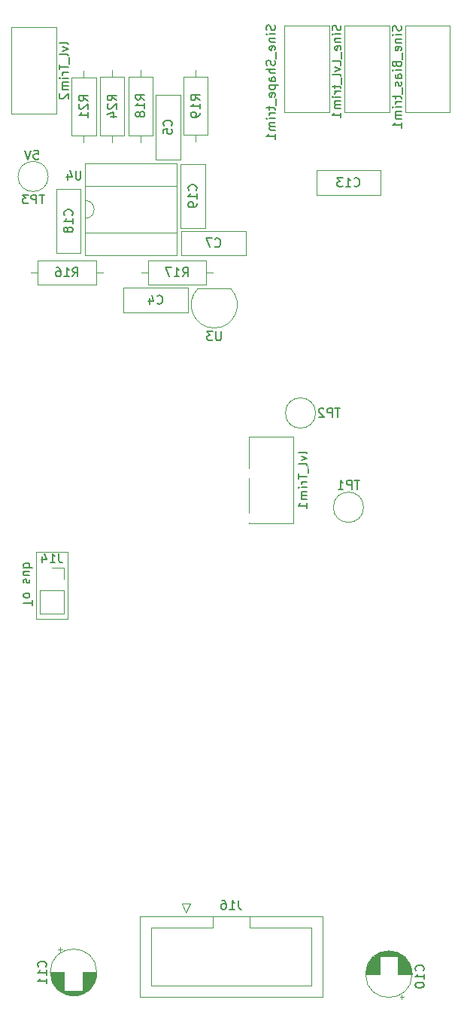
<source format=gbo>
G04 #@! TF.GenerationSoftware,KiCad,Pcbnew,9.0.4-9.0.4-0~ubuntu22.04.1*
G04 #@! TF.CreationDate,2025-10-19T11:48:00+01:00*
G04 #@! TF.ProjectId,CD40106_VCO,43443430-3130-4365-9f56-434f2e6b6963,rev?*
G04 #@! TF.SameCoordinates,Original*
G04 #@! TF.FileFunction,Legend,Bot*
G04 #@! TF.FilePolarity,Positive*
%FSLAX46Y46*%
G04 Gerber Fmt 4.6, Leading zero omitted, Abs format (unit mm)*
G04 Created by KiCad (PCBNEW 9.0.4-9.0.4-0~ubuntu22.04.1) date 2025-10-19 11:48:00*
%MOMM*%
%LPD*%
G01*
G04 APERTURE LIST*
%ADD10C,0.120000*%
%ADD11C,0.150000*%
%ADD12C,1.600000*%
%ADD13O,1.600000X1.600000*%
%ADD14R,1.700000X1.700000*%
%ADD15O,1.700000X1.700000*%
%ADD16C,1.524000*%
%ADD17C,2.200000*%
%ADD18R,1.600000X1.600000*%
%ADD19C,3.200000*%
%ADD20R,1.050000X1.500000*%
%ADD21O,1.050000X1.500000*%
%ADD22R,1.600000X2.400000*%
%ADD23O,1.600000X2.400000*%
%ADD24C,3.000000*%
%ADD25C,1.700000*%
%ADD26C,1.440000*%
%ADD27C,0.800000*%
G04 APERTURE END LIST*
D10*
X57500000Y-96040000D02*
X61100000Y-96040000D01*
X61100000Y-103540000D01*
X57500000Y-103540000D01*
X57500000Y-96040000D01*
D11*
X57130180Y-102046077D02*
X57130180Y-101474649D01*
X56130180Y-101760363D02*
X57130180Y-101760363D01*
X56130180Y-100998458D02*
X56177800Y-101093696D01*
X56177800Y-101093696D02*
X56225419Y-101141315D01*
X56225419Y-101141315D02*
X56320657Y-101188934D01*
X56320657Y-101188934D02*
X56606371Y-101188934D01*
X56606371Y-101188934D02*
X56701609Y-101141315D01*
X56701609Y-101141315D02*
X56749228Y-101093696D01*
X56749228Y-101093696D02*
X56796847Y-100998458D01*
X56796847Y-100998458D02*
X56796847Y-100855601D01*
X56796847Y-100855601D02*
X56749228Y-100760363D01*
X56749228Y-100760363D02*
X56701609Y-100712744D01*
X56701609Y-100712744D02*
X56606371Y-100665125D01*
X56606371Y-100665125D02*
X56320657Y-100665125D01*
X56320657Y-100665125D02*
X56225419Y-100712744D01*
X56225419Y-100712744D02*
X56177800Y-100760363D01*
X56177800Y-100760363D02*
X56130180Y-100855601D01*
X56130180Y-100855601D02*
X56130180Y-100998458D01*
X56177800Y-99522267D02*
X56130180Y-99427029D01*
X56130180Y-99427029D02*
X56130180Y-99236553D01*
X56130180Y-99236553D02*
X56177800Y-99141315D01*
X56177800Y-99141315D02*
X56273038Y-99093696D01*
X56273038Y-99093696D02*
X56320657Y-99093696D01*
X56320657Y-99093696D02*
X56415895Y-99141315D01*
X56415895Y-99141315D02*
X56463514Y-99236553D01*
X56463514Y-99236553D02*
X56463514Y-99379410D01*
X56463514Y-99379410D02*
X56511133Y-99474648D01*
X56511133Y-99474648D02*
X56606371Y-99522267D01*
X56606371Y-99522267D02*
X56653990Y-99522267D01*
X56653990Y-99522267D02*
X56749228Y-99474648D01*
X56749228Y-99474648D02*
X56796847Y-99379410D01*
X56796847Y-99379410D02*
X56796847Y-99236553D01*
X56796847Y-99236553D02*
X56749228Y-99141315D01*
X56796847Y-98236553D02*
X56130180Y-98236553D01*
X56796847Y-98665124D02*
X56273038Y-98665124D01*
X56273038Y-98665124D02*
X56177800Y-98617505D01*
X56177800Y-98617505D02*
X56130180Y-98522267D01*
X56130180Y-98522267D02*
X56130180Y-98379410D01*
X56130180Y-98379410D02*
X56177800Y-98284172D01*
X56177800Y-98284172D02*
X56225419Y-98236553D01*
X56130180Y-97760362D02*
X57130180Y-97760362D01*
X56749228Y-97760362D02*
X56796847Y-97665124D01*
X56796847Y-97665124D02*
X56796847Y-97474648D01*
X56796847Y-97474648D02*
X56749228Y-97379410D01*
X56749228Y-97379410D02*
X56701609Y-97331791D01*
X56701609Y-97331791D02*
X56606371Y-97284172D01*
X56606371Y-97284172D02*
X56320657Y-97284172D01*
X56320657Y-97284172D02*
X56225419Y-97331791D01*
X56225419Y-97331791D02*
X56177800Y-97379410D01*
X56177800Y-97379410D02*
X56130180Y-97474648D01*
X56130180Y-97474648D02*
X56130180Y-97665124D01*
X56130180Y-97665124D02*
X56177800Y-97760362D01*
X57287030Y-50869819D02*
X57763220Y-50869819D01*
X57763220Y-50869819D02*
X57810839Y-51346009D01*
X57810839Y-51346009D02*
X57763220Y-51298390D01*
X57763220Y-51298390D02*
X57667982Y-51250771D01*
X57667982Y-51250771D02*
X57429887Y-51250771D01*
X57429887Y-51250771D02*
X57334649Y-51298390D01*
X57334649Y-51298390D02*
X57287030Y-51346009D01*
X57287030Y-51346009D02*
X57239411Y-51441247D01*
X57239411Y-51441247D02*
X57239411Y-51679342D01*
X57239411Y-51679342D02*
X57287030Y-51774580D01*
X57287030Y-51774580D02*
X57334649Y-51822200D01*
X57334649Y-51822200D02*
X57429887Y-51869819D01*
X57429887Y-51869819D02*
X57667982Y-51869819D01*
X57667982Y-51869819D02*
X57763220Y-51822200D01*
X57763220Y-51822200D02*
X57810839Y-51774580D01*
X56953696Y-50869819D02*
X56620363Y-51869819D01*
X56620363Y-51869819D02*
X56287030Y-50869819D01*
X58609580Y-142657142D02*
X58657200Y-142609523D01*
X58657200Y-142609523D02*
X58704819Y-142466666D01*
X58704819Y-142466666D02*
X58704819Y-142371428D01*
X58704819Y-142371428D02*
X58657200Y-142228571D01*
X58657200Y-142228571D02*
X58561961Y-142133333D01*
X58561961Y-142133333D02*
X58466723Y-142085714D01*
X58466723Y-142085714D02*
X58276247Y-142038095D01*
X58276247Y-142038095D02*
X58133390Y-142038095D01*
X58133390Y-142038095D02*
X57942914Y-142085714D01*
X57942914Y-142085714D02*
X57847676Y-142133333D01*
X57847676Y-142133333D02*
X57752438Y-142228571D01*
X57752438Y-142228571D02*
X57704819Y-142371428D01*
X57704819Y-142371428D02*
X57704819Y-142466666D01*
X57704819Y-142466666D02*
X57752438Y-142609523D01*
X57752438Y-142609523D02*
X57800057Y-142657142D01*
X58704819Y-143609523D02*
X58704819Y-143038095D01*
X58704819Y-143323809D02*
X57704819Y-143323809D01*
X57704819Y-143323809D02*
X57847676Y-143228571D01*
X57847676Y-143228571D02*
X57942914Y-143133333D01*
X57942914Y-143133333D02*
X57990533Y-143038095D01*
X58704819Y-144561904D02*
X58704819Y-143990476D01*
X58704819Y-144276190D02*
X57704819Y-144276190D01*
X57704819Y-144276190D02*
X57847676Y-144180952D01*
X57847676Y-144180952D02*
X57942914Y-144085714D01*
X57942914Y-144085714D02*
X57990533Y-143990476D01*
X58461904Y-55854819D02*
X57890476Y-55854819D01*
X58176190Y-56854819D02*
X58176190Y-55854819D01*
X57557142Y-56854819D02*
X57557142Y-55854819D01*
X57557142Y-55854819D02*
X57176190Y-55854819D01*
X57176190Y-55854819D02*
X57080952Y-55902438D01*
X57080952Y-55902438D02*
X57033333Y-55950057D01*
X57033333Y-55950057D02*
X56985714Y-56045295D01*
X56985714Y-56045295D02*
X56985714Y-56188152D01*
X56985714Y-56188152D02*
X57033333Y-56283390D01*
X57033333Y-56283390D02*
X57080952Y-56331009D01*
X57080952Y-56331009D02*
X57176190Y-56378628D01*
X57176190Y-56378628D02*
X57557142Y-56378628D01*
X56652380Y-55854819D02*
X56033333Y-55854819D01*
X56033333Y-55854819D02*
X56366666Y-56235771D01*
X56366666Y-56235771D02*
X56223809Y-56235771D01*
X56223809Y-56235771D02*
X56128571Y-56283390D01*
X56128571Y-56283390D02*
X56080952Y-56331009D01*
X56080952Y-56331009D02*
X56033333Y-56426247D01*
X56033333Y-56426247D02*
X56033333Y-56664342D01*
X56033333Y-56664342D02*
X56080952Y-56759580D01*
X56080952Y-56759580D02*
X56128571Y-56807200D01*
X56128571Y-56807200D02*
X56223809Y-56854819D01*
X56223809Y-56854819D02*
X56509523Y-56854819D01*
X56509523Y-56854819D02*
X56604761Y-56807200D01*
X56604761Y-56807200D02*
X56652380Y-56759580D01*
X69754819Y-45187142D02*
X69278628Y-44853809D01*
X69754819Y-44615714D02*
X68754819Y-44615714D01*
X68754819Y-44615714D02*
X68754819Y-44996666D01*
X68754819Y-44996666D02*
X68802438Y-45091904D01*
X68802438Y-45091904D02*
X68850057Y-45139523D01*
X68850057Y-45139523D02*
X68945295Y-45187142D01*
X68945295Y-45187142D02*
X69088152Y-45187142D01*
X69088152Y-45187142D02*
X69183390Y-45139523D01*
X69183390Y-45139523D02*
X69231009Y-45091904D01*
X69231009Y-45091904D02*
X69278628Y-44996666D01*
X69278628Y-44996666D02*
X69278628Y-44615714D01*
X69754819Y-46139523D02*
X69754819Y-45568095D01*
X69754819Y-45853809D02*
X68754819Y-45853809D01*
X68754819Y-45853809D02*
X68897676Y-45758571D01*
X68897676Y-45758571D02*
X68992914Y-45663333D01*
X68992914Y-45663333D02*
X69040533Y-45568095D01*
X69183390Y-46710952D02*
X69135771Y-46615714D01*
X69135771Y-46615714D02*
X69088152Y-46568095D01*
X69088152Y-46568095D02*
X68992914Y-46520476D01*
X68992914Y-46520476D02*
X68945295Y-46520476D01*
X68945295Y-46520476D02*
X68850057Y-46568095D01*
X68850057Y-46568095D02*
X68802438Y-46615714D01*
X68802438Y-46615714D02*
X68754819Y-46710952D01*
X68754819Y-46710952D02*
X68754819Y-46901428D01*
X68754819Y-46901428D02*
X68802438Y-46996666D01*
X68802438Y-46996666D02*
X68850057Y-47044285D01*
X68850057Y-47044285D02*
X68945295Y-47091904D01*
X68945295Y-47091904D02*
X68992914Y-47091904D01*
X68992914Y-47091904D02*
X69088152Y-47044285D01*
X69088152Y-47044285D02*
X69135771Y-46996666D01*
X69135771Y-46996666D02*
X69183390Y-46901428D01*
X69183390Y-46901428D02*
X69183390Y-46710952D01*
X69183390Y-46710952D02*
X69231009Y-46615714D01*
X69231009Y-46615714D02*
X69278628Y-46568095D01*
X69278628Y-46568095D02*
X69373866Y-46520476D01*
X69373866Y-46520476D02*
X69564342Y-46520476D01*
X69564342Y-46520476D02*
X69659580Y-46568095D01*
X69659580Y-46568095D02*
X69707200Y-46615714D01*
X69707200Y-46615714D02*
X69754819Y-46710952D01*
X69754819Y-46710952D02*
X69754819Y-46901428D01*
X69754819Y-46901428D02*
X69707200Y-46996666D01*
X69707200Y-46996666D02*
X69659580Y-47044285D01*
X69659580Y-47044285D02*
X69564342Y-47091904D01*
X69564342Y-47091904D02*
X69373866Y-47091904D01*
X69373866Y-47091904D02*
X69278628Y-47044285D01*
X69278628Y-47044285D02*
X69231009Y-46996666D01*
X69231009Y-46996666D02*
X69183390Y-46901428D01*
X78361904Y-71254819D02*
X78361904Y-72064342D01*
X78361904Y-72064342D02*
X78314285Y-72159580D01*
X78314285Y-72159580D02*
X78266666Y-72207200D01*
X78266666Y-72207200D02*
X78171428Y-72254819D01*
X78171428Y-72254819D02*
X77980952Y-72254819D01*
X77980952Y-72254819D02*
X77885714Y-72207200D01*
X77885714Y-72207200D02*
X77838095Y-72159580D01*
X77838095Y-72159580D02*
X77790476Y-72064342D01*
X77790476Y-72064342D02*
X77790476Y-71254819D01*
X77409523Y-71254819D02*
X76790476Y-71254819D01*
X76790476Y-71254819D02*
X77123809Y-71635771D01*
X77123809Y-71635771D02*
X76980952Y-71635771D01*
X76980952Y-71635771D02*
X76885714Y-71683390D01*
X76885714Y-71683390D02*
X76838095Y-71731009D01*
X76838095Y-71731009D02*
X76790476Y-71826247D01*
X76790476Y-71826247D02*
X76790476Y-72064342D01*
X76790476Y-72064342D02*
X76838095Y-72159580D01*
X76838095Y-72159580D02*
X76885714Y-72207200D01*
X76885714Y-72207200D02*
X76980952Y-72254819D01*
X76980952Y-72254819D02*
X77266666Y-72254819D01*
X77266666Y-72254819D02*
X77361904Y-72207200D01*
X77361904Y-72207200D02*
X77409523Y-72159580D01*
X75559580Y-55357142D02*
X75607200Y-55309523D01*
X75607200Y-55309523D02*
X75654819Y-55166666D01*
X75654819Y-55166666D02*
X75654819Y-55071428D01*
X75654819Y-55071428D02*
X75607200Y-54928571D01*
X75607200Y-54928571D02*
X75511961Y-54833333D01*
X75511961Y-54833333D02*
X75416723Y-54785714D01*
X75416723Y-54785714D02*
X75226247Y-54738095D01*
X75226247Y-54738095D02*
X75083390Y-54738095D01*
X75083390Y-54738095D02*
X74892914Y-54785714D01*
X74892914Y-54785714D02*
X74797676Y-54833333D01*
X74797676Y-54833333D02*
X74702438Y-54928571D01*
X74702438Y-54928571D02*
X74654819Y-55071428D01*
X74654819Y-55071428D02*
X74654819Y-55166666D01*
X74654819Y-55166666D02*
X74702438Y-55309523D01*
X74702438Y-55309523D02*
X74750057Y-55357142D01*
X75654819Y-56309523D02*
X75654819Y-55738095D01*
X75654819Y-56023809D02*
X74654819Y-56023809D01*
X74654819Y-56023809D02*
X74797676Y-55928571D01*
X74797676Y-55928571D02*
X74892914Y-55833333D01*
X74892914Y-55833333D02*
X74940533Y-55738095D01*
X75654819Y-56785714D02*
X75654819Y-56976190D01*
X75654819Y-56976190D02*
X75607200Y-57071428D01*
X75607200Y-57071428D02*
X75559580Y-57119047D01*
X75559580Y-57119047D02*
X75416723Y-57214285D01*
X75416723Y-57214285D02*
X75226247Y-57261904D01*
X75226247Y-57261904D02*
X74845295Y-57261904D01*
X74845295Y-57261904D02*
X74750057Y-57214285D01*
X74750057Y-57214285D02*
X74702438Y-57166666D01*
X74702438Y-57166666D02*
X74654819Y-57071428D01*
X74654819Y-57071428D02*
X74654819Y-56880952D01*
X74654819Y-56880952D02*
X74702438Y-56785714D01*
X74702438Y-56785714D02*
X74750057Y-56738095D01*
X74750057Y-56738095D02*
X74845295Y-56690476D01*
X74845295Y-56690476D02*
X75083390Y-56690476D01*
X75083390Y-56690476D02*
X75178628Y-56738095D01*
X75178628Y-56738095D02*
X75226247Y-56785714D01*
X75226247Y-56785714D02*
X75273866Y-56880952D01*
X75273866Y-56880952D02*
X75273866Y-57071428D01*
X75273866Y-57071428D02*
X75226247Y-57166666D01*
X75226247Y-57166666D02*
X75178628Y-57214285D01*
X75178628Y-57214285D02*
X75083390Y-57261904D01*
X80309523Y-135204819D02*
X80309523Y-135919104D01*
X80309523Y-135919104D02*
X80357142Y-136061961D01*
X80357142Y-136061961D02*
X80452380Y-136157200D01*
X80452380Y-136157200D02*
X80595237Y-136204819D01*
X80595237Y-136204819D02*
X80690475Y-136204819D01*
X79309523Y-136204819D02*
X79880951Y-136204819D01*
X79595237Y-136204819D02*
X79595237Y-135204819D01*
X79595237Y-135204819D02*
X79690475Y-135347676D01*
X79690475Y-135347676D02*
X79785713Y-135442914D01*
X79785713Y-135442914D02*
X79880951Y-135490533D01*
X78452380Y-135204819D02*
X78642856Y-135204819D01*
X78642856Y-135204819D02*
X78738094Y-135252438D01*
X78738094Y-135252438D02*
X78785713Y-135300057D01*
X78785713Y-135300057D02*
X78880951Y-135442914D01*
X78880951Y-135442914D02*
X78928570Y-135633390D01*
X78928570Y-135633390D02*
X78928570Y-136014342D01*
X78928570Y-136014342D02*
X78880951Y-136109580D01*
X78880951Y-136109580D02*
X78833332Y-136157200D01*
X78833332Y-136157200D02*
X78738094Y-136204819D01*
X78738094Y-136204819D02*
X78547618Y-136204819D01*
X78547618Y-136204819D02*
X78452380Y-136157200D01*
X78452380Y-136157200D02*
X78404761Y-136109580D01*
X78404761Y-136109580D02*
X78357142Y-136014342D01*
X78357142Y-136014342D02*
X78357142Y-135776247D01*
X78357142Y-135776247D02*
X78404761Y-135681009D01*
X78404761Y-135681009D02*
X78452380Y-135633390D01*
X78452380Y-135633390D02*
X78547618Y-135585771D01*
X78547618Y-135585771D02*
X78738094Y-135585771D01*
X78738094Y-135585771D02*
X78833332Y-135633390D01*
X78833332Y-135633390D02*
X78880951Y-135681009D01*
X78880951Y-135681009D02*
X78928570Y-135776247D01*
X91807200Y-36809523D02*
X91854819Y-36952380D01*
X91854819Y-36952380D02*
X91854819Y-37190475D01*
X91854819Y-37190475D02*
X91807200Y-37285713D01*
X91807200Y-37285713D02*
X91759580Y-37333332D01*
X91759580Y-37333332D02*
X91664342Y-37380951D01*
X91664342Y-37380951D02*
X91569104Y-37380951D01*
X91569104Y-37380951D02*
X91473866Y-37333332D01*
X91473866Y-37333332D02*
X91426247Y-37285713D01*
X91426247Y-37285713D02*
X91378628Y-37190475D01*
X91378628Y-37190475D02*
X91331009Y-36999999D01*
X91331009Y-36999999D02*
X91283390Y-36904761D01*
X91283390Y-36904761D02*
X91235771Y-36857142D01*
X91235771Y-36857142D02*
X91140533Y-36809523D01*
X91140533Y-36809523D02*
X91045295Y-36809523D01*
X91045295Y-36809523D02*
X90950057Y-36857142D01*
X90950057Y-36857142D02*
X90902438Y-36904761D01*
X90902438Y-36904761D02*
X90854819Y-36999999D01*
X90854819Y-36999999D02*
X90854819Y-37238094D01*
X90854819Y-37238094D02*
X90902438Y-37380951D01*
X91854819Y-37809523D02*
X91188152Y-37809523D01*
X90854819Y-37809523D02*
X90902438Y-37761904D01*
X90902438Y-37761904D02*
X90950057Y-37809523D01*
X90950057Y-37809523D02*
X90902438Y-37857142D01*
X90902438Y-37857142D02*
X90854819Y-37809523D01*
X90854819Y-37809523D02*
X90950057Y-37809523D01*
X91188152Y-38285713D02*
X91854819Y-38285713D01*
X91283390Y-38285713D02*
X91235771Y-38333332D01*
X91235771Y-38333332D02*
X91188152Y-38428570D01*
X91188152Y-38428570D02*
X91188152Y-38571427D01*
X91188152Y-38571427D02*
X91235771Y-38666665D01*
X91235771Y-38666665D02*
X91331009Y-38714284D01*
X91331009Y-38714284D02*
X91854819Y-38714284D01*
X91807200Y-39571427D02*
X91854819Y-39476189D01*
X91854819Y-39476189D02*
X91854819Y-39285713D01*
X91854819Y-39285713D02*
X91807200Y-39190475D01*
X91807200Y-39190475D02*
X91711961Y-39142856D01*
X91711961Y-39142856D02*
X91331009Y-39142856D01*
X91331009Y-39142856D02*
X91235771Y-39190475D01*
X91235771Y-39190475D02*
X91188152Y-39285713D01*
X91188152Y-39285713D02*
X91188152Y-39476189D01*
X91188152Y-39476189D02*
X91235771Y-39571427D01*
X91235771Y-39571427D02*
X91331009Y-39619046D01*
X91331009Y-39619046D02*
X91426247Y-39619046D01*
X91426247Y-39619046D02*
X91521485Y-39142856D01*
X91950057Y-39809523D02*
X91950057Y-40571427D01*
X91854819Y-41285713D02*
X91854819Y-40809523D01*
X91854819Y-40809523D02*
X90854819Y-40809523D01*
X91188152Y-41523809D02*
X91854819Y-41761904D01*
X91854819Y-41761904D02*
X91188152Y-41999999D01*
X91854819Y-42523809D02*
X91807200Y-42428571D01*
X91807200Y-42428571D02*
X91711961Y-42380952D01*
X91711961Y-42380952D02*
X90854819Y-42380952D01*
X91950057Y-42666667D02*
X91950057Y-43428571D01*
X91188152Y-43523810D02*
X91188152Y-43904762D01*
X90854819Y-43666667D02*
X91711961Y-43666667D01*
X91711961Y-43666667D02*
X91807200Y-43714286D01*
X91807200Y-43714286D02*
X91854819Y-43809524D01*
X91854819Y-43809524D02*
X91854819Y-43904762D01*
X91854819Y-44238096D02*
X91188152Y-44238096D01*
X91378628Y-44238096D02*
X91283390Y-44285715D01*
X91283390Y-44285715D02*
X91235771Y-44333334D01*
X91235771Y-44333334D02*
X91188152Y-44428572D01*
X91188152Y-44428572D02*
X91188152Y-44523810D01*
X91854819Y-44857144D02*
X91188152Y-44857144D01*
X90854819Y-44857144D02*
X90902438Y-44809525D01*
X90902438Y-44809525D02*
X90950057Y-44857144D01*
X90950057Y-44857144D02*
X90902438Y-44904763D01*
X90902438Y-44904763D02*
X90854819Y-44857144D01*
X90854819Y-44857144D02*
X90950057Y-44857144D01*
X91854819Y-45333334D02*
X91188152Y-45333334D01*
X91283390Y-45333334D02*
X91235771Y-45380953D01*
X91235771Y-45380953D02*
X91188152Y-45476191D01*
X91188152Y-45476191D02*
X91188152Y-45619048D01*
X91188152Y-45619048D02*
X91235771Y-45714286D01*
X91235771Y-45714286D02*
X91331009Y-45761905D01*
X91331009Y-45761905D02*
X91854819Y-45761905D01*
X91331009Y-45761905D02*
X91235771Y-45809524D01*
X91235771Y-45809524D02*
X91188152Y-45904762D01*
X91188152Y-45904762D02*
X91188152Y-46047619D01*
X91188152Y-46047619D02*
X91235771Y-46142858D01*
X91235771Y-46142858D02*
X91331009Y-46190477D01*
X91331009Y-46190477D02*
X91854819Y-46190477D01*
X91854819Y-47190476D02*
X91854819Y-46619048D01*
X91854819Y-46904762D02*
X90854819Y-46904762D01*
X90854819Y-46904762D02*
X90997676Y-46809524D01*
X90997676Y-46809524D02*
X91092914Y-46714286D01*
X91092914Y-46714286D02*
X91140533Y-46619048D01*
X61559580Y-58157142D02*
X61607200Y-58109523D01*
X61607200Y-58109523D02*
X61654819Y-57966666D01*
X61654819Y-57966666D02*
X61654819Y-57871428D01*
X61654819Y-57871428D02*
X61607200Y-57728571D01*
X61607200Y-57728571D02*
X61511961Y-57633333D01*
X61511961Y-57633333D02*
X61416723Y-57585714D01*
X61416723Y-57585714D02*
X61226247Y-57538095D01*
X61226247Y-57538095D02*
X61083390Y-57538095D01*
X61083390Y-57538095D02*
X60892914Y-57585714D01*
X60892914Y-57585714D02*
X60797676Y-57633333D01*
X60797676Y-57633333D02*
X60702438Y-57728571D01*
X60702438Y-57728571D02*
X60654819Y-57871428D01*
X60654819Y-57871428D02*
X60654819Y-57966666D01*
X60654819Y-57966666D02*
X60702438Y-58109523D01*
X60702438Y-58109523D02*
X60750057Y-58157142D01*
X61654819Y-59109523D02*
X61654819Y-58538095D01*
X61654819Y-58823809D02*
X60654819Y-58823809D01*
X60654819Y-58823809D02*
X60797676Y-58728571D01*
X60797676Y-58728571D02*
X60892914Y-58633333D01*
X60892914Y-58633333D02*
X60940533Y-58538095D01*
X61083390Y-59680952D02*
X61035771Y-59585714D01*
X61035771Y-59585714D02*
X60988152Y-59538095D01*
X60988152Y-59538095D02*
X60892914Y-59490476D01*
X60892914Y-59490476D02*
X60845295Y-59490476D01*
X60845295Y-59490476D02*
X60750057Y-59538095D01*
X60750057Y-59538095D02*
X60702438Y-59585714D01*
X60702438Y-59585714D02*
X60654819Y-59680952D01*
X60654819Y-59680952D02*
X60654819Y-59871428D01*
X60654819Y-59871428D02*
X60702438Y-59966666D01*
X60702438Y-59966666D02*
X60750057Y-60014285D01*
X60750057Y-60014285D02*
X60845295Y-60061904D01*
X60845295Y-60061904D02*
X60892914Y-60061904D01*
X60892914Y-60061904D02*
X60988152Y-60014285D01*
X60988152Y-60014285D02*
X61035771Y-59966666D01*
X61035771Y-59966666D02*
X61083390Y-59871428D01*
X61083390Y-59871428D02*
X61083390Y-59680952D01*
X61083390Y-59680952D02*
X61131009Y-59585714D01*
X61131009Y-59585714D02*
X61178628Y-59538095D01*
X61178628Y-59538095D02*
X61273866Y-59490476D01*
X61273866Y-59490476D02*
X61464342Y-59490476D01*
X61464342Y-59490476D02*
X61559580Y-59538095D01*
X61559580Y-59538095D02*
X61607200Y-59585714D01*
X61607200Y-59585714D02*
X61654819Y-59680952D01*
X61654819Y-59680952D02*
X61654819Y-59871428D01*
X61654819Y-59871428D02*
X61607200Y-59966666D01*
X61607200Y-59966666D02*
X61559580Y-60014285D01*
X61559580Y-60014285D02*
X61464342Y-60061904D01*
X61464342Y-60061904D02*
X61273866Y-60061904D01*
X61273866Y-60061904D02*
X61178628Y-60014285D01*
X61178628Y-60014285D02*
X61131009Y-59966666D01*
X61131009Y-59966666D02*
X61083390Y-59871428D01*
X101109580Y-143107142D02*
X101157200Y-143059523D01*
X101157200Y-143059523D02*
X101204819Y-142916666D01*
X101204819Y-142916666D02*
X101204819Y-142821428D01*
X101204819Y-142821428D02*
X101157200Y-142678571D01*
X101157200Y-142678571D02*
X101061961Y-142583333D01*
X101061961Y-142583333D02*
X100966723Y-142535714D01*
X100966723Y-142535714D02*
X100776247Y-142488095D01*
X100776247Y-142488095D02*
X100633390Y-142488095D01*
X100633390Y-142488095D02*
X100442914Y-142535714D01*
X100442914Y-142535714D02*
X100347676Y-142583333D01*
X100347676Y-142583333D02*
X100252438Y-142678571D01*
X100252438Y-142678571D02*
X100204819Y-142821428D01*
X100204819Y-142821428D02*
X100204819Y-142916666D01*
X100204819Y-142916666D02*
X100252438Y-143059523D01*
X100252438Y-143059523D02*
X100300057Y-143107142D01*
X101204819Y-144059523D02*
X101204819Y-143488095D01*
X101204819Y-143773809D02*
X100204819Y-143773809D01*
X100204819Y-143773809D02*
X100347676Y-143678571D01*
X100347676Y-143678571D02*
X100442914Y-143583333D01*
X100442914Y-143583333D02*
X100490533Y-143488095D01*
X100204819Y-144678571D02*
X100204819Y-144773809D01*
X100204819Y-144773809D02*
X100252438Y-144869047D01*
X100252438Y-144869047D02*
X100300057Y-144916666D01*
X100300057Y-144916666D02*
X100395295Y-144964285D01*
X100395295Y-144964285D02*
X100585771Y-145011904D01*
X100585771Y-145011904D02*
X100823866Y-145011904D01*
X100823866Y-145011904D02*
X101014342Y-144964285D01*
X101014342Y-144964285D02*
X101109580Y-144916666D01*
X101109580Y-144916666D02*
X101157200Y-144869047D01*
X101157200Y-144869047D02*
X101204819Y-144773809D01*
X101204819Y-144773809D02*
X101204819Y-144678571D01*
X101204819Y-144678571D02*
X101157200Y-144583333D01*
X101157200Y-144583333D02*
X101109580Y-144535714D01*
X101109580Y-144535714D02*
X101014342Y-144488095D01*
X101014342Y-144488095D02*
X100823866Y-144440476D01*
X100823866Y-144440476D02*
X100585771Y-144440476D01*
X100585771Y-144440476D02*
X100395295Y-144488095D01*
X100395295Y-144488095D02*
X100300057Y-144535714D01*
X100300057Y-144535714D02*
X100252438Y-144583333D01*
X100252438Y-144583333D02*
X100204819Y-144678571D01*
X60109523Y-96224819D02*
X60109523Y-96939104D01*
X60109523Y-96939104D02*
X60157142Y-97081961D01*
X60157142Y-97081961D02*
X60252380Y-97177200D01*
X60252380Y-97177200D02*
X60395237Y-97224819D01*
X60395237Y-97224819D02*
X60490475Y-97224819D01*
X59109523Y-97224819D02*
X59680951Y-97224819D01*
X59395237Y-97224819D02*
X59395237Y-96224819D01*
X59395237Y-96224819D02*
X59490475Y-96367676D01*
X59490475Y-96367676D02*
X59585713Y-96462914D01*
X59585713Y-96462914D02*
X59680951Y-96510533D01*
X58252380Y-96558152D02*
X58252380Y-97224819D01*
X58490475Y-96177200D02*
X58728570Y-96891485D01*
X58728570Y-96891485D02*
X58109523Y-96891485D01*
X93961904Y-87956819D02*
X93390476Y-87956819D01*
X93676190Y-88956819D02*
X93676190Y-87956819D01*
X93057142Y-88956819D02*
X93057142Y-87956819D01*
X93057142Y-87956819D02*
X92676190Y-87956819D01*
X92676190Y-87956819D02*
X92580952Y-88004438D01*
X92580952Y-88004438D02*
X92533333Y-88052057D01*
X92533333Y-88052057D02*
X92485714Y-88147295D01*
X92485714Y-88147295D02*
X92485714Y-88290152D01*
X92485714Y-88290152D02*
X92533333Y-88385390D01*
X92533333Y-88385390D02*
X92580952Y-88433009D01*
X92580952Y-88433009D02*
X92676190Y-88480628D01*
X92676190Y-88480628D02*
X93057142Y-88480628D01*
X91533333Y-88956819D02*
X92104761Y-88956819D01*
X91819047Y-88956819D02*
X91819047Y-87956819D01*
X91819047Y-87956819D02*
X91914285Y-88099676D01*
X91914285Y-88099676D02*
X92009523Y-88194914D01*
X92009523Y-88194914D02*
X92104761Y-88242533D01*
X61154819Y-38923809D02*
X61107200Y-38828571D01*
X61107200Y-38828571D02*
X61011961Y-38780952D01*
X61011961Y-38780952D02*
X60154819Y-38780952D01*
X60488152Y-39209524D02*
X61154819Y-39447619D01*
X61154819Y-39447619D02*
X60488152Y-39685714D01*
X61154819Y-40209524D02*
X61107200Y-40114286D01*
X61107200Y-40114286D02*
X61011961Y-40066667D01*
X61011961Y-40066667D02*
X60154819Y-40066667D01*
X61250057Y-40352382D02*
X61250057Y-41114286D01*
X60154819Y-41209525D02*
X60154819Y-41780953D01*
X61154819Y-41495239D02*
X60154819Y-41495239D01*
X61154819Y-42114287D02*
X60488152Y-42114287D01*
X60678628Y-42114287D02*
X60583390Y-42161906D01*
X60583390Y-42161906D02*
X60535771Y-42209525D01*
X60535771Y-42209525D02*
X60488152Y-42304763D01*
X60488152Y-42304763D02*
X60488152Y-42400001D01*
X61154819Y-42733335D02*
X60488152Y-42733335D01*
X60154819Y-42733335D02*
X60202438Y-42685716D01*
X60202438Y-42685716D02*
X60250057Y-42733335D01*
X60250057Y-42733335D02*
X60202438Y-42780954D01*
X60202438Y-42780954D02*
X60154819Y-42733335D01*
X60154819Y-42733335D02*
X60250057Y-42733335D01*
X61154819Y-43209525D02*
X60488152Y-43209525D01*
X60583390Y-43209525D02*
X60535771Y-43257144D01*
X60535771Y-43257144D02*
X60488152Y-43352382D01*
X60488152Y-43352382D02*
X60488152Y-43495239D01*
X60488152Y-43495239D02*
X60535771Y-43590477D01*
X60535771Y-43590477D02*
X60631009Y-43638096D01*
X60631009Y-43638096D02*
X61154819Y-43638096D01*
X60631009Y-43638096D02*
X60535771Y-43685715D01*
X60535771Y-43685715D02*
X60488152Y-43780953D01*
X60488152Y-43780953D02*
X60488152Y-43923810D01*
X60488152Y-43923810D02*
X60535771Y-44019049D01*
X60535771Y-44019049D02*
X60631009Y-44066668D01*
X60631009Y-44066668D02*
X61154819Y-44066668D01*
X60250057Y-44495239D02*
X60202438Y-44542858D01*
X60202438Y-44542858D02*
X60154819Y-44638096D01*
X60154819Y-44638096D02*
X60154819Y-44876191D01*
X60154819Y-44876191D02*
X60202438Y-44971429D01*
X60202438Y-44971429D02*
X60250057Y-45019048D01*
X60250057Y-45019048D02*
X60345295Y-45066667D01*
X60345295Y-45066667D02*
X60440533Y-45066667D01*
X60440533Y-45066667D02*
X60583390Y-45019048D01*
X60583390Y-45019048D02*
X61154819Y-44447620D01*
X61154819Y-44447620D02*
X61154819Y-45066667D01*
X72759580Y-48083333D02*
X72807200Y-48035714D01*
X72807200Y-48035714D02*
X72854819Y-47892857D01*
X72854819Y-47892857D02*
X72854819Y-47797619D01*
X72854819Y-47797619D02*
X72807200Y-47654762D01*
X72807200Y-47654762D02*
X72711961Y-47559524D01*
X72711961Y-47559524D02*
X72616723Y-47511905D01*
X72616723Y-47511905D02*
X72426247Y-47464286D01*
X72426247Y-47464286D02*
X72283390Y-47464286D01*
X72283390Y-47464286D02*
X72092914Y-47511905D01*
X72092914Y-47511905D02*
X71997676Y-47559524D01*
X71997676Y-47559524D02*
X71902438Y-47654762D01*
X71902438Y-47654762D02*
X71854819Y-47797619D01*
X71854819Y-47797619D02*
X71854819Y-47892857D01*
X71854819Y-47892857D02*
X71902438Y-48035714D01*
X71902438Y-48035714D02*
X71950057Y-48083333D01*
X71854819Y-48988095D02*
X71854819Y-48511905D01*
X71854819Y-48511905D02*
X72331009Y-48464286D01*
X72331009Y-48464286D02*
X72283390Y-48511905D01*
X72283390Y-48511905D02*
X72235771Y-48607143D01*
X72235771Y-48607143D02*
X72235771Y-48845238D01*
X72235771Y-48845238D02*
X72283390Y-48940476D01*
X72283390Y-48940476D02*
X72331009Y-48988095D01*
X72331009Y-48988095D02*
X72426247Y-49035714D01*
X72426247Y-49035714D02*
X72664342Y-49035714D01*
X72664342Y-49035714D02*
X72759580Y-48988095D01*
X72759580Y-48988095D02*
X72807200Y-48940476D01*
X72807200Y-48940476D02*
X72854819Y-48845238D01*
X72854819Y-48845238D02*
X72854819Y-48607143D01*
X72854819Y-48607143D02*
X72807200Y-48511905D01*
X72807200Y-48511905D02*
X72759580Y-48464286D01*
X71166666Y-68059580D02*
X71214285Y-68107200D01*
X71214285Y-68107200D02*
X71357142Y-68154819D01*
X71357142Y-68154819D02*
X71452380Y-68154819D01*
X71452380Y-68154819D02*
X71595237Y-68107200D01*
X71595237Y-68107200D02*
X71690475Y-68011961D01*
X71690475Y-68011961D02*
X71738094Y-67916723D01*
X71738094Y-67916723D02*
X71785713Y-67726247D01*
X71785713Y-67726247D02*
X71785713Y-67583390D01*
X71785713Y-67583390D02*
X71738094Y-67392914D01*
X71738094Y-67392914D02*
X71690475Y-67297676D01*
X71690475Y-67297676D02*
X71595237Y-67202438D01*
X71595237Y-67202438D02*
X71452380Y-67154819D01*
X71452380Y-67154819D02*
X71357142Y-67154819D01*
X71357142Y-67154819D02*
X71214285Y-67202438D01*
X71214285Y-67202438D02*
X71166666Y-67250057D01*
X70309523Y-67488152D02*
X70309523Y-68154819D01*
X70547618Y-67107200D02*
X70785713Y-67821485D01*
X70785713Y-67821485D02*
X70166666Y-67821485D01*
X63354819Y-45277142D02*
X62878628Y-44943809D01*
X63354819Y-44705714D02*
X62354819Y-44705714D01*
X62354819Y-44705714D02*
X62354819Y-45086666D01*
X62354819Y-45086666D02*
X62402438Y-45181904D01*
X62402438Y-45181904D02*
X62450057Y-45229523D01*
X62450057Y-45229523D02*
X62545295Y-45277142D01*
X62545295Y-45277142D02*
X62688152Y-45277142D01*
X62688152Y-45277142D02*
X62783390Y-45229523D01*
X62783390Y-45229523D02*
X62831009Y-45181904D01*
X62831009Y-45181904D02*
X62878628Y-45086666D01*
X62878628Y-45086666D02*
X62878628Y-44705714D01*
X62450057Y-45658095D02*
X62402438Y-45705714D01*
X62402438Y-45705714D02*
X62354819Y-45800952D01*
X62354819Y-45800952D02*
X62354819Y-46039047D01*
X62354819Y-46039047D02*
X62402438Y-46134285D01*
X62402438Y-46134285D02*
X62450057Y-46181904D01*
X62450057Y-46181904D02*
X62545295Y-46229523D01*
X62545295Y-46229523D02*
X62640533Y-46229523D01*
X62640533Y-46229523D02*
X62783390Y-46181904D01*
X62783390Y-46181904D02*
X63354819Y-45610476D01*
X63354819Y-45610476D02*
X63354819Y-46229523D01*
X63354819Y-47181904D02*
X63354819Y-46610476D01*
X63354819Y-46896190D02*
X62354819Y-46896190D01*
X62354819Y-46896190D02*
X62497676Y-46800952D01*
X62497676Y-46800952D02*
X62592914Y-46705714D01*
X62592914Y-46705714D02*
X62640533Y-46610476D01*
X77666666Y-61659580D02*
X77714285Y-61707200D01*
X77714285Y-61707200D02*
X77857142Y-61754819D01*
X77857142Y-61754819D02*
X77952380Y-61754819D01*
X77952380Y-61754819D02*
X78095237Y-61707200D01*
X78095237Y-61707200D02*
X78190475Y-61611961D01*
X78190475Y-61611961D02*
X78238094Y-61516723D01*
X78238094Y-61516723D02*
X78285713Y-61326247D01*
X78285713Y-61326247D02*
X78285713Y-61183390D01*
X78285713Y-61183390D02*
X78238094Y-60992914D01*
X78238094Y-60992914D02*
X78190475Y-60897676D01*
X78190475Y-60897676D02*
X78095237Y-60802438D01*
X78095237Y-60802438D02*
X77952380Y-60754819D01*
X77952380Y-60754819D02*
X77857142Y-60754819D01*
X77857142Y-60754819D02*
X77714285Y-60802438D01*
X77714285Y-60802438D02*
X77666666Y-60850057D01*
X77333332Y-60754819D02*
X76666666Y-60754819D01*
X76666666Y-60754819D02*
X77095237Y-61754819D01*
X61642857Y-65054819D02*
X61976190Y-64578628D01*
X62214285Y-65054819D02*
X62214285Y-64054819D01*
X62214285Y-64054819D02*
X61833333Y-64054819D01*
X61833333Y-64054819D02*
X61738095Y-64102438D01*
X61738095Y-64102438D02*
X61690476Y-64150057D01*
X61690476Y-64150057D02*
X61642857Y-64245295D01*
X61642857Y-64245295D02*
X61642857Y-64388152D01*
X61642857Y-64388152D02*
X61690476Y-64483390D01*
X61690476Y-64483390D02*
X61738095Y-64531009D01*
X61738095Y-64531009D02*
X61833333Y-64578628D01*
X61833333Y-64578628D02*
X62214285Y-64578628D01*
X60690476Y-65054819D02*
X61261904Y-65054819D01*
X60976190Y-65054819D02*
X60976190Y-64054819D01*
X60976190Y-64054819D02*
X61071428Y-64197676D01*
X61071428Y-64197676D02*
X61166666Y-64292914D01*
X61166666Y-64292914D02*
X61261904Y-64340533D01*
X59833333Y-64054819D02*
X60023809Y-64054819D01*
X60023809Y-64054819D02*
X60119047Y-64102438D01*
X60119047Y-64102438D02*
X60166666Y-64150057D01*
X60166666Y-64150057D02*
X60261904Y-64292914D01*
X60261904Y-64292914D02*
X60309523Y-64483390D01*
X60309523Y-64483390D02*
X60309523Y-64864342D01*
X60309523Y-64864342D02*
X60261904Y-64959580D01*
X60261904Y-64959580D02*
X60214285Y-65007200D01*
X60214285Y-65007200D02*
X60119047Y-65054819D01*
X60119047Y-65054819D02*
X59928571Y-65054819D01*
X59928571Y-65054819D02*
X59833333Y-65007200D01*
X59833333Y-65007200D02*
X59785714Y-64959580D01*
X59785714Y-64959580D02*
X59738095Y-64864342D01*
X59738095Y-64864342D02*
X59738095Y-64626247D01*
X59738095Y-64626247D02*
X59785714Y-64531009D01*
X59785714Y-64531009D02*
X59833333Y-64483390D01*
X59833333Y-64483390D02*
X59928571Y-64435771D01*
X59928571Y-64435771D02*
X60119047Y-64435771D01*
X60119047Y-64435771D02*
X60214285Y-64483390D01*
X60214285Y-64483390D02*
X60261904Y-64531009D01*
X60261904Y-64531009D02*
X60309523Y-64626247D01*
X93342857Y-54859580D02*
X93390476Y-54907200D01*
X93390476Y-54907200D02*
X93533333Y-54954819D01*
X93533333Y-54954819D02*
X93628571Y-54954819D01*
X93628571Y-54954819D02*
X93771428Y-54907200D01*
X93771428Y-54907200D02*
X93866666Y-54811961D01*
X93866666Y-54811961D02*
X93914285Y-54716723D01*
X93914285Y-54716723D02*
X93961904Y-54526247D01*
X93961904Y-54526247D02*
X93961904Y-54383390D01*
X93961904Y-54383390D02*
X93914285Y-54192914D01*
X93914285Y-54192914D02*
X93866666Y-54097676D01*
X93866666Y-54097676D02*
X93771428Y-54002438D01*
X93771428Y-54002438D02*
X93628571Y-53954819D01*
X93628571Y-53954819D02*
X93533333Y-53954819D01*
X93533333Y-53954819D02*
X93390476Y-54002438D01*
X93390476Y-54002438D02*
X93342857Y-54050057D01*
X92390476Y-54954819D02*
X92961904Y-54954819D01*
X92676190Y-54954819D02*
X92676190Y-53954819D01*
X92676190Y-53954819D02*
X92771428Y-54097676D01*
X92771428Y-54097676D02*
X92866666Y-54192914D01*
X92866666Y-54192914D02*
X92961904Y-54240533D01*
X92057142Y-53954819D02*
X91438095Y-53954819D01*
X91438095Y-53954819D02*
X91771428Y-54335771D01*
X91771428Y-54335771D02*
X91628571Y-54335771D01*
X91628571Y-54335771D02*
X91533333Y-54383390D01*
X91533333Y-54383390D02*
X91485714Y-54431009D01*
X91485714Y-54431009D02*
X91438095Y-54526247D01*
X91438095Y-54526247D02*
X91438095Y-54764342D01*
X91438095Y-54764342D02*
X91485714Y-54859580D01*
X91485714Y-54859580D02*
X91533333Y-54907200D01*
X91533333Y-54907200D02*
X91628571Y-54954819D01*
X91628571Y-54954819D02*
X91914285Y-54954819D01*
X91914285Y-54954819D02*
X92009523Y-54907200D01*
X92009523Y-54907200D02*
X92057142Y-54859580D01*
X91761904Y-79854819D02*
X91190476Y-79854819D01*
X91476190Y-80854819D02*
X91476190Y-79854819D01*
X90857142Y-80854819D02*
X90857142Y-79854819D01*
X90857142Y-79854819D02*
X90476190Y-79854819D01*
X90476190Y-79854819D02*
X90380952Y-79902438D01*
X90380952Y-79902438D02*
X90333333Y-79950057D01*
X90333333Y-79950057D02*
X90285714Y-80045295D01*
X90285714Y-80045295D02*
X90285714Y-80188152D01*
X90285714Y-80188152D02*
X90333333Y-80283390D01*
X90333333Y-80283390D02*
X90380952Y-80331009D01*
X90380952Y-80331009D02*
X90476190Y-80378628D01*
X90476190Y-80378628D02*
X90857142Y-80378628D01*
X89904761Y-79950057D02*
X89857142Y-79902438D01*
X89857142Y-79902438D02*
X89761904Y-79854819D01*
X89761904Y-79854819D02*
X89523809Y-79854819D01*
X89523809Y-79854819D02*
X89428571Y-79902438D01*
X89428571Y-79902438D02*
X89380952Y-79950057D01*
X89380952Y-79950057D02*
X89333333Y-80045295D01*
X89333333Y-80045295D02*
X89333333Y-80140533D01*
X89333333Y-80140533D02*
X89380952Y-80283390D01*
X89380952Y-80283390D02*
X89952380Y-80854819D01*
X89952380Y-80854819D02*
X89333333Y-80854819D01*
X88054819Y-84963809D02*
X88007200Y-84868571D01*
X88007200Y-84868571D02*
X87911961Y-84820952D01*
X87911961Y-84820952D02*
X87054819Y-84820952D01*
X87388152Y-85249524D02*
X88054819Y-85487619D01*
X88054819Y-85487619D02*
X87388152Y-85725714D01*
X88054819Y-86249524D02*
X88007200Y-86154286D01*
X88007200Y-86154286D02*
X87911961Y-86106667D01*
X87911961Y-86106667D02*
X87054819Y-86106667D01*
X88150057Y-86392382D02*
X88150057Y-87154286D01*
X87054819Y-87249525D02*
X87054819Y-87820953D01*
X88054819Y-87535239D02*
X87054819Y-87535239D01*
X88054819Y-88154287D02*
X87388152Y-88154287D01*
X87578628Y-88154287D02*
X87483390Y-88201906D01*
X87483390Y-88201906D02*
X87435771Y-88249525D01*
X87435771Y-88249525D02*
X87388152Y-88344763D01*
X87388152Y-88344763D02*
X87388152Y-88440001D01*
X88054819Y-88773335D02*
X87388152Y-88773335D01*
X87054819Y-88773335D02*
X87102438Y-88725716D01*
X87102438Y-88725716D02*
X87150057Y-88773335D01*
X87150057Y-88773335D02*
X87102438Y-88820954D01*
X87102438Y-88820954D02*
X87054819Y-88773335D01*
X87054819Y-88773335D02*
X87150057Y-88773335D01*
X88054819Y-89249525D02*
X87388152Y-89249525D01*
X87483390Y-89249525D02*
X87435771Y-89297144D01*
X87435771Y-89297144D02*
X87388152Y-89392382D01*
X87388152Y-89392382D02*
X87388152Y-89535239D01*
X87388152Y-89535239D02*
X87435771Y-89630477D01*
X87435771Y-89630477D02*
X87531009Y-89678096D01*
X87531009Y-89678096D02*
X88054819Y-89678096D01*
X87531009Y-89678096D02*
X87435771Y-89725715D01*
X87435771Y-89725715D02*
X87388152Y-89820953D01*
X87388152Y-89820953D02*
X87388152Y-89963810D01*
X87388152Y-89963810D02*
X87435771Y-90059049D01*
X87435771Y-90059049D02*
X87531009Y-90106668D01*
X87531009Y-90106668D02*
X88054819Y-90106668D01*
X88054819Y-91106667D02*
X88054819Y-90535239D01*
X88054819Y-90820953D02*
X87054819Y-90820953D01*
X87054819Y-90820953D02*
X87197676Y-90725715D01*
X87197676Y-90725715D02*
X87292914Y-90630477D01*
X87292914Y-90630477D02*
X87340533Y-90535239D01*
X74042857Y-65054819D02*
X74376190Y-64578628D01*
X74614285Y-65054819D02*
X74614285Y-64054819D01*
X74614285Y-64054819D02*
X74233333Y-64054819D01*
X74233333Y-64054819D02*
X74138095Y-64102438D01*
X74138095Y-64102438D02*
X74090476Y-64150057D01*
X74090476Y-64150057D02*
X74042857Y-64245295D01*
X74042857Y-64245295D02*
X74042857Y-64388152D01*
X74042857Y-64388152D02*
X74090476Y-64483390D01*
X74090476Y-64483390D02*
X74138095Y-64531009D01*
X74138095Y-64531009D02*
X74233333Y-64578628D01*
X74233333Y-64578628D02*
X74614285Y-64578628D01*
X73090476Y-65054819D02*
X73661904Y-65054819D01*
X73376190Y-65054819D02*
X73376190Y-64054819D01*
X73376190Y-64054819D02*
X73471428Y-64197676D01*
X73471428Y-64197676D02*
X73566666Y-64292914D01*
X73566666Y-64292914D02*
X73661904Y-64340533D01*
X72757142Y-64054819D02*
X72090476Y-64054819D01*
X72090476Y-64054819D02*
X72519047Y-65054819D01*
X84407200Y-36795238D02*
X84454819Y-36938095D01*
X84454819Y-36938095D02*
X84454819Y-37176190D01*
X84454819Y-37176190D02*
X84407200Y-37271428D01*
X84407200Y-37271428D02*
X84359580Y-37319047D01*
X84359580Y-37319047D02*
X84264342Y-37366666D01*
X84264342Y-37366666D02*
X84169104Y-37366666D01*
X84169104Y-37366666D02*
X84073866Y-37319047D01*
X84073866Y-37319047D02*
X84026247Y-37271428D01*
X84026247Y-37271428D02*
X83978628Y-37176190D01*
X83978628Y-37176190D02*
X83931009Y-36985714D01*
X83931009Y-36985714D02*
X83883390Y-36890476D01*
X83883390Y-36890476D02*
X83835771Y-36842857D01*
X83835771Y-36842857D02*
X83740533Y-36795238D01*
X83740533Y-36795238D02*
X83645295Y-36795238D01*
X83645295Y-36795238D02*
X83550057Y-36842857D01*
X83550057Y-36842857D02*
X83502438Y-36890476D01*
X83502438Y-36890476D02*
X83454819Y-36985714D01*
X83454819Y-36985714D02*
X83454819Y-37223809D01*
X83454819Y-37223809D02*
X83502438Y-37366666D01*
X84454819Y-37795238D02*
X83788152Y-37795238D01*
X83454819Y-37795238D02*
X83502438Y-37747619D01*
X83502438Y-37747619D02*
X83550057Y-37795238D01*
X83550057Y-37795238D02*
X83502438Y-37842857D01*
X83502438Y-37842857D02*
X83454819Y-37795238D01*
X83454819Y-37795238D02*
X83550057Y-37795238D01*
X83788152Y-38271428D02*
X84454819Y-38271428D01*
X83883390Y-38271428D02*
X83835771Y-38319047D01*
X83835771Y-38319047D02*
X83788152Y-38414285D01*
X83788152Y-38414285D02*
X83788152Y-38557142D01*
X83788152Y-38557142D02*
X83835771Y-38652380D01*
X83835771Y-38652380D02*
X83931009Y-38699999D01*
X83931009Y-38699999D02*
X84454819Y-38699999D01*
X84407200Y-39557142D02*
X84454819Y-39461904D01*
X84454819Y-39461904D02*
X84454819Y-39271428D01*
X84454819Y-39271428D02*
X84407200Y-39176190D01*
X84407200Y-39176190D02*
X84311961Y-39128571D01*
X84311961Y-39128571D02*
X83931009Y-39128571D01*
X83931009Y-39128571D02*
X83835771Y-39176190D01*
X83835771Y-39176190D02*
X83788152Y-39271428D01*
X83788152Y-39271428D02*
X83788152Y-39461904D01*
X83788152Y-39461904D02*
X83835771Y-39557142D01*
X83835771Y-39557142D02*
X83931009Y-39604761D01*
X83931009Y-39604761D02*
X84026247Y-39604761D01*
X84026247Y-39604761D02*
X84121485Y-39128571D01*
X84550057Y-39795238D02*
X84550057Y-40557142D01*
X84407200Y-40747619D02*
X84454819Y-40890476D01*
X84454819Y-40890476D02*
X84454819Y-41128571D01*
X84454819Y-41128571D02*
X84407200Y-41223809D01*
X84407200Y-41223809D02*
X84359580Y-41271428D01*
X84359580Y-41271428D02*
X84264342Y-41319047D01*
X84264342Y-41319047D02*
X84169104Y-41319047D01*
X84169104Y-41319047D02*
X84073866Y-41271428D01*
X84073866Y-41271428D02*
X84026247Y-41223809D01*
X84026247Y-41223809D02*
X83978628Y-41128571D01*
X83978628Y-41128571D02*
X83931009Y-40938095D01*
X83931009Y-40938095D02*
X83883390Y-40842857D01*
X83883390Y-40842857D02*
X83835771Y-40795238D01*
X83835771Y-40795238D02*
X83740533Y-40747619D01*
X83740533Y-40747619D02*
X83645295Y-40747619D01*
X83645295Y-40747619D02*
X83550057Y-40795238D01*
X83550057Y-40795238D02*
X83502438Y-40842857D01*
X83502438Y-40842857D02*
X83454819Y-40938095D01*
X83454819Y-40938095D02*
X83454819Y-41176190D01*
X83454819Y-41176190D02*
X83502438Y-41319047D01*
X84454819Y-41747619D02*
X83454819Y-41747619D01*
X84454819Y-42176190D02*
X83931009Y-42176190D01*
X83931009Y-42176190D02*
X83835771Y-42128571D01*
X83835771Y-42128571D02*
X83788152Y-42033333D01*
X83788152Y-42033333D02*
X83788152Y-41890476D01*
X83788152Y-41890476D02*
X83835771Y-41795238D01*
X83835771Y-41795238D02*
X83883390Y-41747619D01*
X84454819Y-43080952D02*
X83931009Y-43080952D01*
X83931009Y-43080952D02*
X83835771Y-43033333D01*
X83835771Y-43033333D02*
X83788152Y-42938095D01*
X83788152Y-42938095D02*
X83788152Y-42747619D01*
X83788152Y-42747619D02*
X83835771Y-42652381D01*
X84407200Y-43080952D02*
X84454819Y-42985714D01*
X84454819Y-42985714D02*
X84454819Y-42747619D01*
X84454819Y-42747619D02*
X84407200Y-42652381D01*
X84407200Y-42652381D02*
X84311961Y-42604762D01*
X84311961Y-42604762D02*
X84216723Y-42604762D01*
X84216723Y-42604762D02*
X84121485Y-42652381D01*
X84121485Y-42652381D02*
X84073866Y-42747619D01*
X84073866Y-42747619D02*
X84073866Y-42985714D01*
X84073866Y-42985714D02*
X84026247Y-43080952D01*
X83788152Y-43557143D02*
X84788152Y-43557143D01*
X83835771Y-43557143D02*
X83788152Y-43652381D01*
X83788152Y-43652381D02*
X83788152Y-43842857D01*
X83788152Y-43842857D02*
X83835771Y-43938095D01*
X83835771Y-43938095D02*
X83883390Y-43985714D01*
X83883390Y-43985714D02*
X83978628Y-44033333D01*
X83978628Y-44033333D02*
X84264342Y-44033333D01*
X84264342Y-44033333D02*
X84359580Y-43985714D01*
X84359580Y-43985714D02*
X84407200Y-43938095D01*
X84407200Y-43938095D02*
X84454819Y-43842857D01*
X84454819Y-43842857D02*
X84454819Y-43652381D01*
X84454819Y-43652381D02*
X84407200Y-43557143D01*
X84407200Y-44842857D02*
X84454819Y-44747619D01*
X84454819Y-44747619D02*
X84454819Y-44557143D01*
X84454819Y-44557143D02*
X84407200Y-44461905D01*
X84407200Y-44461905D02*
X84311961Y-44414286D01*
X84311961Y-44414286D02*
X83931009Y-44414286D01*
X83931009Y-44414286D02*
X83835771Y-44461905D01*
X83835771Y-44461905D02*
X83788152Y-44557143D01*
X83788152Y-44557143D02*
X83788152Y-44747619D01*
X83788152Y-44747619D02*
X83835771Y-44842857D01*
X83835771Y-44842857D02*
X83931009Y-44890476D01*
X83931009Y-44890476D02*
X84026247Y-44890476D01*
X84026247Y-44890476D02*
X84121485Y-44414286D01*
X84550057Y-45080953D02*
X84550057Y-45842857D01*
X83788152Y-45938096D02*
X83788152Y-46319048D01*
X83454819Y-46080953D02*
X84311961Y-46080953D01*
X84311961Y-46080953D02*
X84407200Y-46128572D01*
X84407200Y-46128572D02*
X84454819Y-46223810D01*
X84454819Y-46223810D02*
X84454819Y-46319048D01*
X84454819Y-46652382D02*
X83788152Y-46652382D01*
X83978628Y-46652382D02*
X83883390Y-46700001D01*
X83883390Y-46700001D02*
X83835771Y-46747620D01*
X83835771Y-46747620D02*
X83788152Y-46842858D01*
X83788152Y-46842858D02*
X83788152Y-46938096D01*
X84454819Y-47271430D02*
X83788152Y-47271430D01*
X83454819Y-47271430D02*
X83502438Y-47223811D01*
X83502438Y-47223811D02*
X83550057Y-47271430D01*
X83550057Y-47271430D02*
X83502438Y-47319049D01*
X83502438Y-47319049D02*
X83454819Y-47271430D01*
X83454819Y-47271430D02*
X83550057Y-47271430D01*
X84454819Y-47747620D02*
X83788152Y-47747620D01*
X83883390Y-47747620D02*
X83835771Y-47795239D01*
X83835771Y-47795239D02*
X83788152Y-47890477D01*
X83788152Y-47890477D02*
X83788152Y-48033334D01*
X83788152Y-48033334D02*
X83835771Y-48128572D01*
X83835771Y-48128572D02*
X83931009Y-48176191D01*
X83931009Y-48176191D02*
X84454819Y-48176191D01*
X83931009Y-48176191D02*
X83835771Y-48223810D01*
X83835771Y-48223810D02*
X83788152Y-48319048D01*
X83788152Y-48319048D02*
X83788152Y-48461905D01*
X83788152Y-48461905D02*
X83835771Y-48557144D01*
X83835771Y-48557144D02*
X83931009Y-48604763D01*
X83931009Y-48604763D02*
X84454819Y-48604763D01*
X84454819Y-49604762D02*
X84454819Y-49033334D01*
X84454819Y-49319048D02*
X83454819Y-49319048D01*
X83454819Y-49319048D02*
X83597676Y-49223810D01*
X83597676Y-49223810D02*
X83692914Y-49128572D01*
X83692914Y-49128572D02*
X83740533Y-49033334D01*
X62561904Y-53154819D02*
X62561904Y-53964342D01*
X62561904Y-53964342D02*
X62514285Y-54059580D01*
X62514285Y-54059580D02*
X62466666Y-54107200D01*
X62466666Y-54107200D02*
X62371428Y-54154819D01*
X62371428Y-54154819D02*
X62180952Y-54154819D01*
X62180952Y-54154819D02*
X62085714Y-54107200D01*
X62085714Y-54107200D02*
X62038095Y-54059580D01*
X62038095Y-54059580D02*
X61990476Y-53964342D01*
X61990476Y-53964342D02*
X61990476Y-53154819D01*
X61085714Y-53488152D02*
X61085714Y-54154819D01*
X61323809Y-53107200D02*
X61561904Y-53821485D01*
X61561904Y-53821485D02*
X60942857Y-53821485D01*
X66554819Y-45257142D02*
X66078628Y-44923809D01*
X66554819Y-44685714D02*
X65554819Y-44685714D01*
X65554819Y-44685714D02*
X65554819Y-45066666D01*
X65554819Y-45066666D02*
X65602438Y-45161904D01*
X65602438Y-45161904D02*
X65650057Y-45209523D01*
X65650057Y-45209523D02*
X65745295Y-45257142D01*
X65745295Y-45257142D02*
X65888152Y-45257142D01*
X65888152Y-45257142D02*
X65983390Y-45209523D01*
X65983390Y-45209523D02*
X66031009Y-45161904D01*
X66031009Y-45161904D02*
X66078628Y-45066666D01*
X66078628Y-45066666D02*
X66078628Y-44685714D01*
X65650057Y-45638095D02*
X65602438Y-45685714D01*
X65602438Y-45685714D02*
X65554819Y-45780952D01*
X65554819Y-45780952D02*
X65554819Y-46019047D01*
X65554819Y-46019047D02*
X65602438Y-46114285D01*
X65602438Y-46114285D02*
X65650057Y-46161904D01*
X65650057Y-46161904D02*
X65745295Y-46209523D01*
X65745295Y-46209523D02*
X65840533Y-46209523D01*
X65840533Y-46209523D02*
X65983390Y-46161904D01*
X65983390Y-46161904D02*
X66554819Y-45590476D01*
X66554819Y-45590476D02*
X66554819Y-46209523D01*
X65888152Y-47066666D02*
X66554819Y-47066666D01*
X65507200Y-46828571D02*
X66221485Y-46590476D01*
X66221485Y-46590476D02*
X66221485Y-47209523D01*
X75954819Y-45227142D02*
X75478628Y-44893809D01*
X75954819Y-44655714D02*
X74954819Y-44655714D01*
X74954819Y-44655714D02*
X74954819Y-45036666D01*
X74954819Y-45036666D02*
X75002438Y-45131904D01*
X75002438Y-45131904D02*
X75050057Y-45179523D01*
X75050057Y-45179523D02*
X75145295Y-45227142D01*
X75145295Y-45227142D02*
X75288152Y-45227142D01*
X75288152Y-45227142D02*
X75383390Y-45179523D01*
X75383390Y-45179523D02*
X75431009Y-45131904D01*
X75431009Y-45131904D02*
X75478628Y-45036666D01*
X75478628Y-45036666D02*
X75478628Y-44655714D01*
X75954819Y-46179523D02*
X75954819Y-45608095D01*
X75954819Y-45893809D02*
X74954819Y-45893809D01*
X74954819Y-45893809D02*
X75097676Y-45798571D01*
X75097676Y-45798571D02*
X75192914Y-45703333D01*
X75192914Y-45703333D02*
X75240533Y-45608095D01*
X75954819Y-46655714D02*
X75954819Y-46846190D01*
X75954819Y-46846190D02*
X75907200Y-46941428D01*
X75907200Y-46941428D02*
X75859580Y-46989047D01*
X75859580Y-46989047D02*
X75716723Y-47084285D01*
X75716723Y-47084285D02*
X75526247Y-47131904D01*
X75526247Y-47131904D02*
X75145295Y-47131904D01*
X75145295Y-47131904D02*
X75050057Y-47084285D01*
X75050057Y-47084285D02*
X75002438Y-47036666D01*
X75002438Y-47036666D02*
X74954819Y-46941428D01*
X74954819Y-46941428D02*
X74954819Y-46750952D01*
X74954819Y-46750952D02*
X75002438Y-46655714D01*
X75002438Y-46655714D02*
X75050057Y-46608095D01*
X75050057Y-46608095D02*
X75145295Y-46560476D01*
X75145295Y-46560476D02*
X75383390Y-46560476D01*
X75383390Y-46560476D02*
X75478628Y-46608095D01*
X75478628Y-46608095D02*
X75526247Y-46655714D01*
X75526247Y-46655714D02*
X75573866Y-46750952D01*
X75573866Y-46750952D02*
X75573866Y-46941428D01*
X75573866Y-46941428D02*
X75526247Y-47036666D01*
X75526247Y-47036666D02*
X75478628Y-47084285D01*
X75478628Y-47084285D02*
X75383390Y-47131904D01*
X98607200Y-36861905D02*
X98654819Y-37004762D01*
X98654819Y-37004762D02*
X98654819Y-37242857D01*
X98654819Y-37242857D02*
X98607200Y-37338095D01*
X98607200Y-37338095D02*
X98559580Y-37385714D01*
X98559580Y-37385714D02*
X98464342Y-37433333D01*
X98464342Y-37433333D02*
X98369104Y-37433333D01*
X98369104Y-37433333D02*
X98273866Y-37385714D01*
X98273866Y-37385714D02*
X98226247Y-37338095D01*
X98226247Y-37338095D02*
X98178628Y-37242857D01*
X98178628Y-37242857D02*
X98131009Y-37052381D01*
X98131009Y-37052381D02*
X98083390Y-36957143D01*
X98083390Y-36957143D02*
X98035771Y-36909524D01*
X98035771Y-36909524D02*
X97940533Y-36861905D01*
X97940533Y-36861905D02*
X97845295Y-36861905D01*
X97845295Y-36861905D02*
X97750057Y-36909524D01*
X97750057Y-36909524D02*
X97702438Y-36957143D01*
X97702438Y-36957143D02*
X97654819Y-37052381D01*
X97654819Y-37052381D02*
X97654819Y-37290476D01*
X97654819Y-37290476D02*
X97702438Y-37433333D01*
X98654819Y-37861905D02*
X97988152Y-37861905D01*
X97654819Y-37861905D02*
X97702438Y-37814286D01*
X97702438Y-37814286D02*
X97750057Y-37861905D01*
X97750057Y-37861905D02*
X97702438Y-37909524D01*
X97702438Y-37909524D02*
X97654819Y-37861905D01*
X97654819Y-37861905D02*
X97750057Y-37861905D01*
X97988152Y-38338095D02*
X98654819Y-38338095D01*
X98083390Y-38338095D02*
X98035771Y-38385714D01*
X98035771Y-38385714D02*
X97988152Y-38480952D01*
X97988152Y-38480952D02*
X97988152Y-38623809D01*
X97988152Y-38623809D02*
X98035771Y-38719047D01*
X98035771Y-38719047D02*
X98131009Y-38766666D01*
X98131009Y-38766666D02*
X98654819Y-38766666D01*
X98607200Y-39623809D02*
X98654819Y-39528571D01*
X98654819Y-39528571D02*
X98654819Y-39338095D01*
X98654819Y-39338095D02*
X98607200Y-39242857D01*
X98607200Y-39242857D02*
X98511961Y-39195238D01*
X98511961Y-39195238D02*
X98131009Y-39195238D01*
X98131009Y-39195238D02*
X98035771Y-39242857D01*
X98035771Y-39242857D02*
X97988152Y-39338095D01*
X97988152Y-39338095D02*
X97988152Y-39528571D01*
X97988152Y-39528571D02*
X98035771Y-39623809D01*
X98035771Y-39623809D02*
X98131009Y-39671428D01*
X98131009Y-39671428D02*
X98226247Y-39671428D01*
X98226247Y-39671428D02*
X98321485Y-39195238D01*
X98750057Y-39861905D02*
X98750057Y-40623809D01*
X98131009Y-41195238D02*
X98178628Y-41338095D01*
X98178628Y-41338095D02*
X98226247Y-41385714D01*
X98226247Y-41385714D02*
X98321485Y-41433333D01*
X98321485Y-41433333D02*
X98464342Y-41433333D01*
X98464342Y-41433333D02*
X98559580Y-41385714D01*
X98559580Y-41385714D02*
X98607200Y-41338095D01*
X98607200Y-41338095D02*
X98654819Y-41242857D01*
X98654819Y-41242857D02*
X98654819Y-40861905D01*
X98654819Y-40861905D02*
X97654819Y-40861905D01*
X97654819Y-40861905D02*
X97654819Y-41195238D01*
X97654819Y-41195238D02*
X97702438Y-41290476D01*
X97702438Y-41290476D02*
X97750057Y-41338095D01*
X97750057Y-41338095D02*
X97845295Y-41385714D01*
X97845295Y-41385714D02*
X97940533Y-41385714D01*
X97940533Y-41385714D02*
X98035771Y-41338095D01*
X98035771Y-41338095D02*
X98083390Y-41290476D01*
X98083390Y-41290476D02*
X98131009Y-41195238D01*
X98131009Y-41195238D02*
X98131009Y-40861905D01*
X98654819Y-41861905D02*
X97988152Y-41861905D01*
X97654819Y-41861905D02*
X97702438Y-41814286D01*
X97702438Y-41814286D02*
X97750057Y-41861905D01*
X97750057Y-41861905D02*
X97702438Y-41909524D01*
X97702438Y-41909524D02*
X97654819Y-41861905D01*
X97654819Y-41861905D02*
X97750057Y-41861905D01*
X98654819Y-42766666D02*
X98131009Y-42766666D01*
X98131009Y-42766666D02*
X98035771Y-42719047D01*
X98035771Y-42719047D02*
X97988152Y-42623809D01*
X97988152Y-42623809D02*
X97988152Y-42433333D01*
X97988152Y-42433333D02*
X98035771Y-42338095D01*
X98607200Y-42766666D02*
X98654819Y-42671428D01*
X98654819Y-42671428D02*
X98654819Y-42433333D01*
X98654819Y-42433333D02*
X98607200Y-42338095D01*
X98607200Y-42338095D02*
X98511961Y-42290476D01*
X98511961Y-42290476D02*
X98416723Y-42290476D01*
X98416723Y-42290476D02*
X98321485Y-42338095D01*
X98321485Y-42338095D02*
X98273866Y-42433333D01*
X98273866Y-42433333D02*
X98273866Y-42671428D01*
X98273866Y-42671428D02*
X98226247Y-42766666D01*
X98607200Y-43195238D02*
X98654819Y-43290476D01*
X98654819Y-43290476D02*
X98654819Y-43480952D01*
X98654819Y-43480952D02*
X98607200Y-43576190D01*
X98607200Y-43576190D02*
X98511961Y-43623809D01*
X98511961Y-43623809D02*
X98464342Y-43623809D01*
X98464342Y-43623809D02*
X98369104Y-43576190D01*
X98369104Y-43576190D02*
X98321485Y-43480952D01*
X98321485Y-43480952D02*
X98321485Y-43338095D01*
X98321485Y-43338095D02*
X98273866Y-43242857D01*
X98273866Y-43242857D02*
X98178628Y-43195238D01*
X98178628Y-43195238D02*
X98131009Y-43195238D01*
X98131009Y-43195238D02*
X98035771Y-43242857D01*
X98035771Y-43242857D02*
X97988152Y-43338095D01*
X97988152Y-43338095D02*
X97988152Y-43480952D01*
X97988152Y-43480952D02*
X98035771Y-43576190D01*
X98750057Y-43814286D02*
X98750057Y-44576190D01*
X97988152Y-44671429D02*
X97988152Y-45052381D01*
X97654819Y-44814286D02*
X98511961Y-44814286D01*
X98511961Y-44814286D02*
X98607200Y-44861905D01*
X98607200Y-44861905D02*
X98654819Y-44957143D01*
X98654819Y-44957143D02*
X98654819Y-45052381D01*
X98654819Y-45385715D02*
X97988152Y-45385715D01*
X98178628Y-45385715D02*
X98083390Y-45433334D01*
X98083390Y-45433334D02*
X98035771Y-45480953D01*
X98035771Y-45480953D02*
X97988152Y-45576191D01*
X97988152Y-45576191D02*
X97988152Y-45671429D01*
X98654819Y-46004763D02*
X97988152Y-46004763D01*
X97654819Y-46004763D02*
X97702438Y-45957144D01*
X97702438Y-45957144D02*
X97750057Y-46004763D01*
X97750057Y-46004763D02*
X97702438Y-46052382D01*
X97702438Y-46052382D02*
X97654819Y-46004763D01*
X97654819Y-46004763D02*
X97750057Y-46004763D01*
X98654819Y-46480953D02*
X97988152Y-46480953D01*
X98083390Y-46480953D02*
X98035771Y-46528572D01*
X98035771Y-46528572D02*
X97988152Y-46623810D01*
X97988152Y-46623810D02*
X97988152Y-46766667D01*
X97988152Y-46766667D02*
X98035771Y-46861905D01*
X98035771Y-46861905D02*
X98131009Y-46909524D01*
X98131009Y-46909524D02*
X98654819Y-46909524D01*
X98131009Y-46909524D02*
X98035771Y-46957143D01*
X98035771Y-46957143D02*
X97988152Y-47052381D01*
X97988152Y-47052381D02*
X97988152Y-47195238D01*
X97988152Y-47195238D02*
X98035771Y-47290477D01*
X98035771Y-47290477D02*
X98131009Y-47338096D01*
X98131009Y-47338096D02*
X98654819Y-47338096D01*
X98654819Y-48338095D02*
X98654819Y-47766667D01*
X98654819Y-48052381D02*
X97654819Y-48052381D01*
X97654819Y-48052381D02*
X97797676Y-47957143D01*
X97797676Y-47957143D02*
X97892914Y-47861905D01*
X97892914Y-47861905D02*
X97940533Y-47766667D01*
D10*
X59170000Y-143300000D02*
X60710000Y-143300000D01*
X59170000Y-143340000D02*
X60710000Y-143340000D01*
X59171000Y-143380000D02*
X60710000Y-143380000D01*
X59172000Y-143420000D02*
X60710000Y-143420000D01*
X59174000Y-143460000D02*
X60710000Y-143460000D01*
X59177000Y-143500000D02*
X60710000Y-143500000D01*
X59181000Y-143540000D02*
X60710000Y-143540000D01*
X59185000Y-143580000D02*
X60710000Y-143580000D01*
X59189000Y-143620000D02*
X60710000Y-143620000D01*
X59194000Y-143660000D02*
X60710000Y-143660000D01*
X59200000Y-143700000D02*
X60710000Y-143700000D01*
X59207000Y-143740000D02*
X60710000Y-143740000D01*
X59214000Y-143780000D02*
X60710000Y-143780000D01*
X59222000Y-143820000D02*
X60710000Y-143820000D01*
X59230000Y-143860000D02*
X60710000Y-143860000D01*
X59239000Y-143900000D02*
X60710000Y-143900000D01*
X59249000Y-143940000D02*
X60710000Y-143940000D01*
X59259000Y-143980000D02*
X60710000Y-143980000D01*
X59270000Y-144021000D02*
X60710000Y-144021000D01*
X59282000Y-144061000D02*
X60710000Y-144061000D01*
X59295000Y-144101000D02*
X60710000Y-144101000D01*
X59308000Y-144141000D02*
X60710000Y-144141000D01*
X59322000Y-144181000D02*
X60710000Y-144181000D01*
X59336000Y-144221000D02*
X60710000Y-144221000D01*
X59352000Y-144261000D02*
X60710000Y-144261000D01*
X59368000Y-144301000D02*
X60710000Y-144301000D01*
X59385000Y-144341000D02*
X60710000Y-144341000D01*
X59402000Y-144381000D02*
X60710000Y-144381000D01*
X59421000Y-144421000D02*
X60710000Y-144421000D01*
X59440000Y-144461000D02*
X60710000Y-144461000D01*
X59460000Y-144501000D02*
X60710000Y-144501000D01*
X59482000Y-144541000D02*
X60710000Y-144541000D01*
X59503000Y-144581000D02*
X60710000Y-144581000D01*
X59526000Y-144621000D02*
X60710000Y-144621000D01*
X59550000Y-144661000D02*
X60710000Y-144661000D01*
X59575000Y-144701000D02*
X60710000Y-144701000D01*
X59601000Y-144741000D02*
X60710000Y-144741000D01*
X59628000Y-144781000D02*
X60710000Y-144781000D01*
X59655000Y-144821000D02*
X60710000Y-144821000D01*
X59685000Y-144861000D02*
X60710000Y-144861000D01*
X59715000Y-144901000D02*
X60710000Y-144901000D01*
X59746000Y-144941000D02*
X60710000Y-144941000D01*
X59779000Y-144981000D02*
X60710000Y-144981000D01*
X59813000Y-145021000D02*
X60710000Y-145021000D01*
X59849000Y-145061000D02*
X60710000Y-145061000D01*
X59886000Y-145101000D02*
X60710000Y-145101000D01*
X59924000Y-145141000D02*
X60710000Y-145141000D01*
X59965000Y-145181000D02*
X60710000Y-145181000D01*
X60007000Y-145221000D02*
X60710000Y-145221000D01*
X60025000Y-140745225D02*
X60525000Y-140745225D01*
X60051000Y-145261000D02*
X60710000Y-145261000D01*
X60097000Y-145301000D02*
X60710000Y-145301000D01*
X60145000Y-145341000D02*
X63355000Y-145341000D01*
X60196000Y-145381000D02*
X63304000Y-145381000D01*
X60250000Y-145421000D02*
X63250000Y-145421000D01*
X60275000Y-140495225D02*
X60275000Y-140995225D01*
X60307000Y-145461000D02*
X63193000Y-145461000D01*
X60367000Y-145501000D02*
X63133000Y-145501000D01*
X60431000Y-145541000D02*
X63069000Y-145541000D01*
X60499000Y-145581000D02*
X63001000Y-145581000D01*
X60572000Y-145621000D02*
X62928000Y-145621000D01*
X60652000Y-145661000D02*
X62848000Y-145661000D01*
X60739000Y-145701000D02*
X62761000Y-145701000D01*
X60835000Y-145741000D02*
X62665000Y-145741000D01*
X60945000Y-145781000D02*
X62555000Y-145781000D01*
X61073000Y-145821000D02*
X62427000Y-145821000D01*
X61232000Y-145861000D02*
X62268000Y-145861000D01*
X61466000Y-145901000D02*
X62034000Y-145901000D01*
X62790000Y-143300000D02*
X64330000Y-143300000D01*
X62790000Y-143340000D02*
X64330000Y-143340000D01*
X62790000Y-143380000D02*
X64329000Y-143380000D01*
X62790000Y-143420000D02*
X64328000Y-143420000D01*
X62790000Y-143460000D02*
X64326000Y-143460000D01*
X62790000Y-143500000D02*
X64323000Y-143500000D01*
X62790000Y-143540000D02*
X64319000Y-143540000D01*
X62790000Y-143580000D02*
X64315000Y-143580000D01*
X62790000Y-143620000D02*
X64311000Y-143620000D01*
X62790000Y-143660000D02*
X64306000Y-143660000D01*
X62790000Y-143700000D02*
X64300000Y-143700000D01*
X62790000Y-143740000D02*
X64293000Y-143740000D01*
X62790000Y-143780000D02*
X64286000Y-143780000D01*
X62790000Y-143820000D02*
X64278000Y-143820000D01*
X62790000Y-143860000D02*
X64270000Y-143860000D01*
X62790000Y-143900000D02*
X64261000Y-143900000D01*
X62790000Y-143940000D02*
X64251000Y-143940000D01*
X62790000Y-143980000D02*
X64241000Y-143980000D01*
X62790000Y-144021000D02*
X64230000Y-144021000D01*
X62790000Y-144061000D02*
X64218000Y-144061000D01*
X62790000Y-144101000D02*
X64205000Y-144101000D01*
X62790000Y-144141000D02*
X64192000Y-144141000D01*
X62790000Y-144181000D02*
X64178000Y-144181000D01*
X62790000Y-144221000D02*
X64164000Y-144221000D01*
X62790000Y-144261000D02*
X64148000Y-144261000D01*
X62790000Y-144301000D02*
X64132000Y-144301000D01*
X62790000Y-144341000D02*
X64115000Y-144341000D01*
X62790000Y-144381000D02*
X64098000Y-144381000D01*
X62790000Y-144421000D02*
X64079000Y-144421000D01*
X62790000Y-144461000D02*
X64060000Y-144461000D01*
X62790000Y-144501000D02*
X64040000Y-144501000D01*
X62790000Y-144541000D02*
X64018000Y-144541000D01*
X62790000Y-144581000D02*
X63997000Y-144581000D01*
X62790000Y-144621000D02*
X63974000Y-144621000D01*
X62790000Y-144661000D02*
X63950000Y-144661000D01*
X62790000Y-144701000D02*
X63925000Y-144701000D01*
X62790000Y-144741000D02*
X63899000Y-144741000D01*
X62790000Y-144781000D02*
X63872000Y-144781000D01*
X62790000Y-144821000D02*
X63845000Y-144821000D01*
X62790000Y-144861000D02*
X63815000Y-144861000D01*
X62790000Y-144901000D02*
X63785000Y-144901000D01*
X62790000Y-144941000D02*
X63754000Y-144941000D01*
X62790000Y-144981000D02*
X63721000Y-144981000D01*
X62790000Y-145021000D02*
X63687000Y-145021000D01*
X62790000Y-145061000D02*
X63651000Y-145061000D01*
X62790000Y-145101000D02*
X63614000Y-145101000D01*
X62790000Y-145141000D02*
X63576000Y-145141000D01*
X62790000Y-145181000D02*
X63535000Y-145181000D01*
X62790000Y-145221000D02*
X63493000Y-145221000D01*
X62790000Y-145261000D02*
X63449000Y-145261000D01*
X62790000Y-145301000D02*
X63403000Y-145301000D01*
X64370000Y-143300000D02*
G75*
G02*
X59130000Y-143300000I-2620000J0D01*
G01*
X59130000Y-143300000D02*
G75*
G02*
X64370000Y-143300000I2620000J0D01*
G01*
X58900000Y-53800000D02*
G75*
G02*
X55500000Y-53800000I-1700000J0D01*
G01*
X55500000Y-53800000D02*
G75*
G02*
X58900000Y-53800000I1700000J0D01*
G01*
X67930000Y-42630000D02*
X70670000Y-42630000D01*
X67930000Y-49170000D02*
X67930000Y-42630000D01*
X69300000Y-41860000D02*
X69300000Y-42630000D01*
X69300000Y-49940000D02*
X69300000Y-49170000D01*
X70670000Y-42630000D02*
X70670000Y-49170000D01*
X70670000Y-49170000D02*
X67930000Y-49170000D01*
X75800000Y-66390000D02*
X79400000Y-66390000D01*
X77600000Y-70840000D02*
G75*
G02*
X75761522Y-66401522I0J2600000D01*
G01*
X79438478Y-66401522D02*
G75*
G02*
X77600000Y-70840001I-1838478J-1838478D01*
G01*
X73830000Y-59620000D02*
X73830000Y-52380000D01*
X76570000Y-52380000D02*
X73830000Y-52380000D01*
X76570000Y-59620000D02*
X73830000Y-59620000D01*
X76570000Y-59620000D02*
X76570000Y-52380000D01*
X69210000Y-136960000D02*
X69210000Y-146080000D01*
X69210000Y-146080000D02*
X89790000Y-146080000D01*
X70510000Y-138270000D02*
X70510000Y-144770000D01*
X70510000Y-144770000D02*
X88490000Y-144770000D01*
X73920000Y-135570000D02*
X74920000Y-135570000D01*
X74420000Y-136570000D02*
X73920000Y-135570000D01*
X74920000Y-135570000D02*
X74420000Y-136570000D01*
X77450000Y-136960000D02*
X77450000Y-138270000D01*
X77450000Y-138270000D02*
X70510000Y-138270000D01*
X81550000Y-138270000D02*
X81550000Y-136960000D01*
X81550000Y-138270000D02*
X81550000Y-138270000D01*
X88490000Y-138270000D02*
X81550000Y-138270000D01*
X88490000Y-144770000D02*
X88490000Y-138270000D01*
X89790000Y-136960000D02*
X69210000Y-136960000D01*
X89790000Y-146080000D02*
X89790000Y-136960000D01*
X92280000Y-36865000D02*
X92280000Y-46615000D01*
X92280000Y-46615000D02*
X97330000Y-46615000D01*
X97330000Y-36865000D02*
X92280000Y-36865000D01*
X97330000Y-46615000D02*
X97330000Y-36865000D01*
X59830000Y-62420000D02*
X59830000Y-55180000D01*
X62570000Y-55180000D02*
X59830000Y-55180000D01*
X62570000Y-62420000D02*
X59830000Y-62420000D01*
X62570000Y-62420000D02*
X62570000Y-55180000D01*
X96210000Y-141499000D02*
X95597000Y-141499000D01*
X96210000Y-141539000D02*
X95551000Y-141539000D01*
X96210000Y-141579000D02*
X95507000Y-141579000D01*
X96210000Y-141619000D02*
X95465000Y-141619000D01*
X96210000Y-141659000D02*
X95424000Y-141659000D01*
X96210000Y-141699000D02*
X95386000Y-141699000D01*
X96210000Y-141739000D02*
X95349000Y-141739000D01*
X96210000Y-141779000D02*
X95313000Y-141779000D01*
X96210000Y-141819000D02*
X95279000Y-141819000D01*
X96210000Y-141859000D02*
X95246000Y-141859000D01*
X96210000Y-141899000D02*
X95215000Y-141899000D01*
X96210000Y-141939000D02*
X95185000Y-141939000D01*
X96210000Y-141979000D02*
X95155000Y-141979000D01*
X96210000Y-142019000D02*
X95128000Y-142019000D01*
X96210000Y-142059000D02*
X95101000Y-142059000D01*
X96210000Y-142099000D02*
X95075000Y-142099000D01*
X96210000Y-142139000D02*
X95050000Y-142139000D01*
X96210000Y-142179000D02*
X95026000Y-142179000D01*
X96210000Y-142219000D02*
X95003000Y-142219000D01*
X96210000Y-142259000D02*
X94982000Y-142259000D01*
X96210000Y-142299000D02*
X94960000Y-142299000D01*
X96210000Y-142339000D02*
X94940000Y-142339000D01*
X96210000Y-142379000D02*
X94921000Y-142379000D01*
X96210000Y-142419000D02*
X94902000Y-142419000D01*
X96210000Y-142459000D02*
X94885000Y-142459000D01*
X96210000Y-142499000D02*
X94868000Y-142499000D01*
X96210000Y-142539000D02*
X94852000Y-142539000D01*
X96210000Y-142579000D02*
X94836000Y-142579000D01*
X96210000Y-142619000D02*
X94822000Y-142619000D01*
X96210000Y-142659000D02*
X94808000Y-142659000D01*
X96210000Y-142699000D02*
X94795000Y-142699000D01*
X96210000Y-142739000D02*
X94782000Y-142739000D01*
X96210000Y-142779000D02*
X94770000Y-142779000D01*
X96210000Y-142820000D02*
X94759000Y-142820000D01*
X96210000Y-142860000D02*
X94749000Y-142860000D01*
X96210000Y-142900000D02*
X94739000Y-142900000D01*
X96210000Y-142940000D02*
X94730000Y-142940000D01*
X96210000Y-142980000D02*
X94722000Y-142980000D01*
X96210000Y-143020000D02*
X94714000Y-143020000D01*
X96210000Y-143060000D02*
X94707000Y-143060000D01*
X96210000Y-143100000D02*
X94700000Y-143100000D01*
X96210000Y-143140000D02*
X94694000Y-143140000D01*
X96210000Y-143180000D02*
X94689000Y-143180000D01*
X96210000Y-143220000D02*
X94685000Y-143220000D01*
X96210000Y-143260000D02*
X94681000Y-143260000D01*
X96210000Y-143300000D02*
X94677000Y-143300000D01*
X96210000Y-143340000D02*
X94674000Y-143340000D01*
X96210000Y-143380000D02*
X94672000Y-143380000D01*
X96210000Y-143420000D02*
X94671000Y-143420000D01*
X96210000Y-143460000D02*
X94670000Y-143460000D01*
X96210000Y-143500000D02*
X94670000Y-143500000D01*
X97534000Y-140899000D02*
X96966000Y-140899000D01*
X97768000Y-140939000D02*
X96732000Y-140939000D01*
X97927000Y-140979000D02*
X96573000Y-140979000D01*
X98055000Y-141019000D02*
X96445000Y-141019000D01*
X98165000Y-141059000D02*
X96335000Y-141059000D01*
X98261000Y-141099000D02*
X96239000Y-141099000D01*
X98348000Y-141139000D02*
X96152000Y-141139000D01*
X98428000Y-141179000D02*
X96072000Y-141179000D01*
X98501000Y-141219000D02*
X95999000Y-141219000D01*
X98569000Y-141259000D02*
X95931000Y-141259000D01*
X98633000Y-141299000D02*
X95867000Y-141299000D01*
X98693000Y-141339000D02*
X95807000Y-141339000D01*
X98725000Y-146304775D02*
X98725000Y-145804775D01*
X98750000Y-141379000D02*
X95750000Y-141379000D01*
X98804000Y-141419000D02*
X95696000Y-141419000D01*
X98855000Y-141459000D02*
X95645000Y-141459000D01*
X98903000Y-141499000D02*
X98290000Y-141499000D01*
X98949000Y-141539000D02*
X98290000Y-141539000D01*
X98975000Y-146054775D02*
X98475000Y-146054775D01*
X98993000Y-141579000D02*
X98290000Y-141579000D01*
X99035000Y-141619000D02*
X98290000Y-141619000D01*
X99076000Y-141659000D02*
X98290000Y-141659000D01*
X99114000Y-141699000D02*
X98290000Y-141699000D01*
X99151000Y-141739000D02*
X98290000Y-141739000D01*
X99187000Y-141779000D02*
X98290000Y-141779000D01*
X99221000Y-141819000D02*
X98290000Y-141819000D01*
X99254000Y-141859000D02*
X98290000Y-141859000D01*
X99285000Y-141899000D02*
X98290000Y-141899000D01*
X99315000Y-141939000D02*
X98290000Y-141939000D01*
X99345000Y-141979000D02*
X98290000Y-141979000D01*
X99372000Y-142019000D02*
X98290000Y-142019000D01*
X99399000Y-142059000D02*
X98290000Y-142059000D01*
X99425000Y-142099000D02*
X98290000Y-142099000D01*
X99450000Y-142139000D02*
X98290000Y-142139000D01*
X99474000Y-142179000D02*
X98290000Y-142179000D01*
X99497000Y-142219000D02*
X98290000Y-142219000D01*
X99518000Y-142259000D02*
X98290000Y-142259000D01*
X99540000Y-142299000D02*
X98290000Y-142299000D01*
X99560000Y-142339000D02*
X98290000Y-142339000D01*
X99579000Y-142379000D02*
X98290000Y-142379000D01*
X99598000Y-142419000D02*
X98290000Y-142419000D01*
X99615000Y-142459000D02*
X98290000Y-142459000D01*
X99632000Y-142499000D02*
X98290000Y-142499000D01*
X99648000Y-142539000D02*
X98290000Y-142539000D01*
X99664000Y-142579000D02*
X98290000Y-142579000D01*
X99678000Y-142619000D02*
X98290000Y-142619000D01*
X99692000Y-142659000D02*
X98290000Y-142659000D01*
X99705000Y-142699000D02*
X98290000Y-142699000D01*
X99718000Y-142739000D02*
X98290000Y-142739000D01*
X99730000Y-142779000D02*
X98290000Y-142779000D01*
X99741000Y-142820000D02*
X98290000Y-142820000D01*
X99751000Y-142860000D02*
X98290000Y-142860000D01*
X99761000Y-142900000D02*
X98290000Y-142900000D01*
X99770000Y-142940000D02*
X98290000Y-142940000D01*
X99778000Y-142980000D02*
X98290000Y-142980000D01*
X99786000Y-143020000D02*
X98290000Y-143020000D01*
X99793000Y-143060000D02*
X98290000Y-143060000D01*
X99800000Y-143100000D02*
X98290000Y-143100000D01*
X99806000Y-143140000D02*
X98290000Y-143140000D01*
X99811000Y-143180000D02*
X98290000Y-143180000D01*
X99815000Y-143220000D02*
X98290000Y-143220000D01*
X99819000Y-143260000D02*
X98290000Y-143260000D01*
X99823000Y-143300000D02*
X98290000Y-143300000D01*
X99826000Y-143340000D02*
X98290000Y-143340000D01*
X99828000Y-143380000D02*
X98290000Y-143380000D01*
X99829000Y-143420000D02*
X98290000Y-143420000D01*
X99830000Y-143460000D02*
X98290000Y-143460000D01*
X99830000Y-143500000D02*
X98290000Y-143500000D01*
X99870000Y-143500000D02*
G75*
G02*
X94630000Y-143500000I-2620000J0D01*
G01*
X94630000Y-143500000D02*
G75*
G02*
X99870000Y-143500000I2620000J0D01*
G01*
X57970000Y-100370000D02*
X57970000Y-102970000D01*
X60630000Y-97770000D02*
X59300000Y-97770000D01*
X60630000Y-99100000D02*
X60630000Y-97770000D01*
X60630000Y-100370000D02*
X57970000Y-100370000D01*
X60630000Y-100370000D02*
X60630000Y-102970000D01*
X60630000Y-102970000D02*
X57970000Y-102970000D01*
X94400000Y-91000000D02*
G75*
G02*
X91000000Y-91000000I-1700000J0D01*
G01*
X91000000Y-91000000D02*
G75*
G02*
X94400000Y-91000000I1700000J0D01*
G01*
X54770000Y-37025000D02*
X54770000Y-46775000D01*
X54770000Y-46775000D02*
X59820000Y-46775000D01*
X59820000Y-37025000D02*
X54770000Y-37025000D01*
X59820000Y-46775000D02*
X59820000Y-37025000D01*
X71030000Y-44630000D02*
X71030000Y-51870000D01*
X71030000Y-44630000D02*
X73770000Y-44630000D01*
X71030000Y-51870000D02*
X73770000Y-51870000D01*
X73770000Y-44630000D02*
X73770000Y-51870000D01*
X67380000Y-66330000D02*
X74620000Y-66330000D01*
X67380000Y-69070000D02*
X67380000Y-66330000D01*
X67380000Y-69070000D02*
X74620000Y-69070000D01*
X74620000Y-69070000D02*
X74620000Y-66330000D01*
X61530000Y-42650000D02*
X64270000Y-42650000D01*
X61530000Y-49190000D02*
X61530000Y-42650000D01*
X62900000Y-41880000D02*
X62900000Y-42650000D01*
X62900000Y-49960000D02*
X62900000Y-49190000D01*
X64270000Y-42650000D02*
X64270000Y-49190000D01*
X64270000Y-49190000D02*
X61530000Y-49190000D01*
X73880000Y-59930000D02*
X73880000Y-62670000D01*
X81120000Y-59930000D02*
X73880000Y-59930000D01*
X81120000Y-59930000D02*
X81120000Y-62670000D01*
X81120000Y-62670000D02*
X73880000Y-62670000D01*
X56960000Y-64600000D02*
X57730000Y-64600000D01*
X57730000Y-63230000D02*
X64270000Y-63230000D01*
X57730000Y-65970000D02*
X57730000Y-63230000D01*
X64270000Y-63230000D02*
X64270000Y-65970000D01*
X64270000Y-65970000D02*
X57730000Y-65970000D01*
X65040000Y-64600000D02*
X64270000Y-64600000D01*
X89080000Y-53130000D02*
X96320000Y-53130000D01*
X89080000Y-55870000D02*
X89080000Y-53130000D01*
X89080000Y-55870000D02*
X96320000Y-55870000D01*
X96320000Y-55870000D02*
X96320000Y-53130000D01*
X89000000Y-80400000D02*
G75*
G02*
X85600000Y-80400000I-1700000J0D01*
G01*
X85600000Y-80400000D02*
G75*
G02*
X89000000Y-80400000I1700000J0D01*
G01*
X81470000Y-83065000D02*
X81470000Y-92815000D01*
X81470000Y-92815000D02*
X86520000Y-92815000D01*
X86520000Y-83065000D02*
X81470000Y-83065000D01*
X86520000Y-92815000D02*
X86520000Y-83065000D01*
X69360000Y-64600000D02*
X70130000Y-64600000D01*
X70130000Y-63230000D02*
X76670000Y-63230000D01*
X70130000Y-65970000D02*
X70130000Y-63230000D01*
X76670000Y-63230000D02*
X76670000Y-65970000D01*
X76670000Y-65970000D02*
X70130000Y-65970000D01*
X77440000Y-64600000D02*
X76670000Y-64600000D01*
X85470000Y-36825000D02*
X85470000Y-46575000D01*
X85470000Y-46575000D02*
X90520000Y-46575000D01*
X90520000Y-36825000D02*
X85470000Y-36825000D01*
X90520000Y-46575000D02*
X90520000Y-36825000D01*
X63010000Y-52370000D02*
X73410000Y-52370000D01*
X63010000Y-62650000D02*
X63010000Y-52370000D01*
X63070000Y-54860000D02*
X73350000Y-54860000D01*
X63070000Y-56510000D02*
X63070000Y-54860000D01*
X63070000Y-60160000D02*
X63070000Y-58510000D01*
X73350000Y-54860000D02*
X73350000Y-60160000D01*
X73350000Y-60160000D02*
X63070000Y-60160000D01*
X73410000Y-52370000D02*
X73410000Y-62650000D01*
X73410000Y-62650000D02*
X63010000Y-62650000D01*
X63070000Y-56510000D02*
G75*
G02*
X63070000Y-58510000I0J-1000000D01*
G01*
X64730000Y-42630000D02*
X67470000Y-42630000D01*
X64730000Y-49170000D02*
X64730000Y-42630000D01*
X66100000Y-41860000D02*
X66100000Y-42630000D01*
X66100000Y-49940000D02*
X66100000Y-49170000D01*
X67470000Y-42630000D02*
X67470000Y-49170000D01*
X67470000Y-49170000D02*
X64730000Y-49170000D01*
X74130000Y-42600000D02*
X76870000Y-42600000D01*
X74130000Y-49140000D02*
X74130000Y-42600000D01*
X75500000Y-41830000D02*
X75500000Y-42600000D01*
X75500000Y-49910000D02*
X75500000Y-49140000D01*
X76870000Y-42600000D02*
X76870000Y-49140000D01*
X76870000Y-49140000D02*
X74130000Y-49140000D01*
X99070000Y-36865000D02*
X99070000Y-46615000D01*
X99070000Y-46615000D02*
X104120000Y-46615000D01*
X104120000Y-36865000D02*
X99070000Y-36865000D01*
X104120000Y-46615000D02*
X104120000Y-36865000D01*
%LPC*%
D12*
X102300000Y-127780000D03*
D13*
X102300000Y-117620000D03*
D12*
X85220000Y-60600000D03*
D13*
X95380000Y-60600000D03*
D12*
X85580000Y-73200000D03*
X75420000Y-73200000D03*
X85240000Y-50900000D03*
D13*
X95400000Y-50900000D03*
D14*
X102750000Y-76750000D03*
D15*
X102750000Y-79290000D03*
X102750000Y-81830000D03*
X102750000Y-84370000D03*
X102750000Y-86910000D03*
X102750000Y-89450000D03*
X102750000Y-91990000D03*
X102750000Y-94530000D03*
D12*
X79300000Y-105700000D03*
X74300000Y-105700000D03*
X102300000Y-130200000D03*
X102300000Y-135200000D03*
X97000000Y-105220000D03*
D13*
X97000000Y-115380000D03*
D16*
X95050000Y-80500000D03*
X98550000Y-80500000D03*
D12*
X80900000Y-92200000D03*
X80900000Y-87200000D03*
X87600000Y-115400000D03*
D13*
X87600000Y-105240000D03*
D12*
X76820000Y-129700000D03*
D13*
X86980000Y-129700000D03*
G36*
G01*
X91949999Y-133820000D02*
X93650001Y-133820000D01*
G75*
G02*
X93900000Y-134069999I0J-249999D01*
G01*
X93900000Y-135770001D01*
G75*
G02*
X93650001Y-136020000I-249999J0D01*
G01*
X91949999Y-136020000D01*
G75*
G02*
X91700000Y-135770001I0J249999D01*
G01*
X91700000Y-134069999D01*
G75*
G02*
X91949999Y-133820000I249999J0D01*
G01*
G37*
D17*
X92800000Y-145080000D03*
D12*
X59140000Y-82900000D03*
D13*
X69300000Y-82900000D03*
D12*
X90700000Y-115200000D03*
X90700000Y-110200000D03*
X102800000Y-59300000D03*
X97800000Y-59300000D03*
X99080000Y-83300000D03*
D13*
X88920000Y-83300000D03*
D12*
X79500000Y-51260000D03*
D13*
X79500000Y-41100000D03*
D18*
X78100000Y-84790000D03*
D13*
X78100000Y-92410000D03*
D12*
X76820000Y-132800000D03*
D13*
X86980000Y-132800000D03*
D14*
X96000000Y-73100000D03*
D15*
X96000000Y-70560000D03*
X96000000Y-68020000D03*
X96000000Y-65480000D03*
D19*
X79500000Y-112400000D03*
D16*
X68850000Y-77000000D03*
X65350000Y-77000000D03*
D12*
X61200000Y-115360000D03*
D13*
X61200000Y-105200000D03*
D12*
X58100000Y-105200000D03*
D13*
X58100000Y-115360000D03*
D12*
X84500000Y-105240000D03*
D13*
X84500000Y-115400000D03*
D20*
X81330000Y-80600000D03*
D21*
X82600000Y-80600000D03*
X83870000Y-80600000D03*
D12*
X72700000Y-128800000D03*
X67700000Y-128800000D03*
X74580000Y-132000000D03*
X64420000Y-132000000D03*
G36*
G01*
X67550001Y-146200000D02*
X65849999Y-146200000D01*
G75*
G02*
X65600000Y-145950001I0J249999D01*
G01*
X65600000Y-144249999D01*
G75*
G02*
X65849999Y-144000000I249999J0D01*
G01*
X67550001Y-144000000D01*
G75*
G02*
X67800000Y-144249999I0J-249999D01*
G01*
X67800000Y-145950001D01*
G75*
G02*
X67550001Y-146200000I-249999J0D01*
G01*
G37*
D17*
X66700000Y-134940000D03*
D12*
X64300000Y-105220000D03*
D13*
X64300000Y-115380000D03*
D12*
X72700000Y-82240000D03*
X72700000Y-92400000D03*
X99100000Y-138480000D03*
D13*
X99100000Y-128320000D03*
D16*
X65350000Y-85700000D03*
X68850000Y-85700000D03*
D12*
X69260000Y-74200000D03*
D13*
X59100000Y-74200000D03*
D12*
X100100000Y-115400000D03*
D13*
X100100000Y-105240000D03*
D12*
X88920000Y-86400000D03*
D13*
X99080000Y-86400000D03*
D12*
X93800000Y-115200000D03*
X93800000Y-110200000D03*
X95900000Y-133600000D03*
X95900000Y-128600000D03*
D18*
X75325000Y-118100000D03*
D13*
X72785000Y-118100000D03*
X70245000Y-118100000D03*
X67705000Y-118100000D03*
X65165000Y-118100000D03*
X62625000Y-118100000D03*
X60085000Y-118100000D03*
X60085000Y-125720000D03*
X62625000Y-125720000D03*
X65165000Y-125720000D03*
X67705000Y-125720000D03*
X70245000Y-125720000D03*
X72785000Y-125720000D03*
X75325000Y-125720000D03*
D12*
X69280000Y-79800000D03*
D13*
X59120000Y-79800000D03*
D12*
X73600000Y-115200000D03*
X73600000Y-110200000D03*
D22*
X79225000Y-94975000D03*
D23*
X76685000Y-94975000D03*
X74145000Y-94975000D03*
X71605000Y-94975000D03*
X69065000Y-94975000D03*
X66525000Y-94975000D03*
X63985000Y-94975000D03*
X63985000Y-102595000D03*
X66525000Y-102595000D03*
X69065000Y-102595000D03*
X71605000Y-102595000D03*
X74145000Y-102595000D03*
X76685000Y-102595000D03*
X79225000Y-102595000D03*
D18*
X102900000Y-107780000D03*
D13*
X102900000Y-115400000D03*
D12*
X102600000Y-72060000D03*
D13*
X102600000Y-61900000D03*
D18*
X98725000Y-118100000D03*
D13*
X96185000Y-118100000D03*
X93645000Y-118100000D03*
X91105000Y-118100000D03*
X88565000Y-118100000D03*
X86025000Y-118100000D03*
X83485000Y-118100000D03*
X83485000Y-125720000D03*
X86025000Y-125720000D03*
X88565000Y-125720000D03*
X91105000Y-125720000D03*
X93645000Y-125720000D03*
X96185000Y-125720000D03*
X98725000Y-125720000D03*
D12*
X95380000Y-57500000D03*
D13*
X85220000Y-57500000D03*
D12*
X99080000Y-77700000D03*
D13*
X88920000Y-77700000D03*
D16*
X71900000Y-74250000D03*
X71900000Y-77750000D03*
D12*
X86980000Y-135900000D03*
D13*
X76820000Y-135900000D03*
D12*
X85580000Y-76300000D03*
X75420000Y-76300000D03*
X89700000Y-133600000D03*
X89700000Y-128600000D03*
X95400000Y-47800000D03*
D13*
X85240000Y-47800000D03*
D12*
X78500000Y-116920000D03*
X78500000Y-127080000D03*
D20*
X75830000Y-80600000D03*
D21*
X77100000Y-80600000D03*
X78370000Y-80600000D03*
D12*
X69280000Y-88500000D03*
D13*
X59120000Y-88500000D03*
D12*
X61800000Y-128320000D03*
D13*
X61800000Y-138480000D03*
D12*
X99500000Y-61900000D03*
D13*
X99500000Y-72060000D03*
D12*
X70500000Y-115200000D03*
X70500000Y-110200000D03*
D14*
X56250000Y-76750000D03*
D15*
X56250000Y-79290000D03*
X56250000Y-81830000D03*
X56250000Y-84370000D03*
X56250000Y-86910000D03*
X56250000Y-89450000D03*
X56250000Y-91990000D03*
X56250000Y-94530000D03*
D12*
X58700000Y-128320000D03*
D13*
X58700000Y-138480000D03*
D12*
X82600000Y-51260000D03*
D13*
X82600000Y-41100000D03*
D20*
X86370000Y-101300000D03*
D21*
X85100000Y-101300000D03*
X83830000Y-101300000D03*
D12*
X69280000Y-91700000D03*
D13*
X59120000Y-91700000D03*
D12*
X67400000Y-115380000D03*
D13*
X67400000Y-105220000D03*
D18*
X75500000Y-84790000D03*
D13*
X75500000Y-92410000D03*
D18*
X102900000Y-97980000D03*
D13*
X102900000Y-105600000D03*
D20*
X83830000Y-96900000D03*
D21*
X85100000Y-96900000D03*
X86370000Y-96900000D03*
D18*
X61750000Y-142300000D03*
D12*
X61750000Y-144300000D03*
D24*
X57200000Y-53800000D03*
D12*
X69300000Y-50980000D03*
D13*
X69300000Y-40820000D03*
D20*
X76330000Y-68240000D03*
D21*
X77600000Y-68240000D03*
X78870000Y-68240000D03*
D12*
X75200000Y-58500000D03*
X75200000Y-53500000D03*
G36*
G01*
X73820000Y-139400000D02*
X75020000Y-139400000D01*
G75*
G02*
X75270000Y-139650000I0J-250000D01*
G01*
X75270000Y-140850000D01*
G75*
G02*
X75020000Y-141100000I-250000J0D01*
G01*
X73820000Y-141100000D01*
G75*
G02*
X73570000Y-140850000I0J250000D01*
G01*
X73570000Y-139650000D01*
G75*
G02*
X73820000Y-139400000I250000J0D01*
G01*
G37*
D25*
X74420000Y-142790000D03*
X76960000Y-140250000D03*
X76960000Y-142790000D03*
X79500000Y-140250000D03*
X79500000Y-142790000D03*
X82040000Y-140250000D03*
X82040000Y-142790000D03*
X84580000Y-140250000D03*
X84580000Y-142790000D03*
D26*
X94800000Y-44280000D03*
X94800000Y-41740000D03*
X94800000Y-39200000D03*
D12*
X61200000Y-61300000D03*
X61200000Y-56300000D03*
D18*
X97250000Y-144500000D03*
D12*
X97250000Y-142500000D03*
D14*
X59300000Y-99100000D03*
D15*
X59300000Y-101640000D03*
D24*
X92700000Y-91000000D03*
D26*
X57300000Y-39360000D03*
X57300000Y-41900000D03*
X57300000Y-44440000D03*
D12*
X72400000Y-45750000D03*
X72400000Y-50750000D03*
X68500000Y-67700000D03*
X73500000Y-67700000D03*
X62900000Y-51000000D03*
D13*
X62900000Y-40840000D03*
D12*
X80000000Y-61300000D03*
X75000000Y-61300000D03*
X55920000Y-64600000D03*
D13*
X66080000Y-64600000D03*
D12*
X90200000Y-54500000D03*
X95200000Y-54500000D03*
D24*
X87300000Y-80400000D03*
D26*
X84000000Y-85400000D03*
X84000000Y-87940000D03*
X84000000Y-90480000D03*
D12*
X68320000Y-64600000D03*
D13*
X78480000Y-64600000D03*
D26*
X88000000Y-39160000D03*
X88000000Y-41700000D03*
X88000000Y-44240000D03*
D18*
X64400000Y-53700000D03*
D13*
X66940000Y-53700000D03*
X69480000Y-53700000D03*
X72020000Y-53700000D03*
X72020000Y-61320000D03*
X69480000Y-61320000D03*
X66940000Y-61320000D03*
X64400000Y-61320000D03*
D12*
X66100000Y-40820000D03*
D13*
X66100000Y-50980000D03*
D12*
X75500000Y-40790000D03*
D13*
X75500000Y-50950000D03*
D26*
X101600000Y-39200000D03*
X101600000Y-41740000D03*
X101600000Y-44280000D03*
D27*
X75400000Y-121600000D03*
X101100000Y-51800000D03*
X81400000Y-103500000D03*
X81400000Y-102600000D03*
X97800000Y-97700000D03*
X98800000Y-97700000D03*
X98800000Y-98700000D03*
X85200000Y-120600000D03*
X81600000Y-94100000D03*
X97800000Y-98700000D03*
X84700000Y-121400000D03*
X75500000Y-100000000D03*
X74900000Y-120700000D03*
X81600000Y-95000000D03*
X81700000Y-99300000D03*
X76600000Y-100000000D03*
X77700000Y-100000000D03*
X84200000Y-120600000D03*
X101100000Y-50600000D03*
X75900000Y-120700000D03*
X60700000Y-85900000D03*
X101200000Y-54400000D03*
X77900000Y-97800000D03*
X63700000Y-59600000D03*
X62400000Y-85900000D03*
X100800000Y-117500000D03*
X88100000Y-69700000D03*
X91900000Y-98200000D03*
X69200000Y-98600000D03*
X81000000Y-121300000D03*
X89600000Y-98949500D03*
X81200000Y-123300000D03*
X93150000Y-71310659D03*
X78100000Y-58500000D03*
X92400000Y-57600000D03*
X80000000Y-90150000D03*
%LPD*%
M02*

</source>
